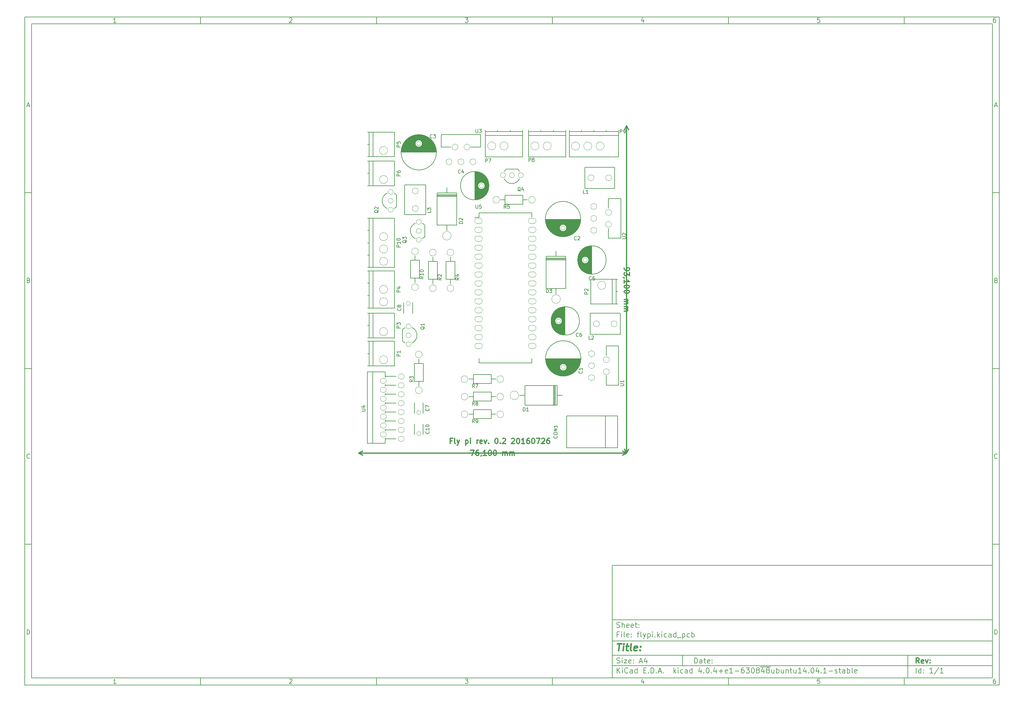
<source format=gbr>
G04 #@! TF.FileFunction,Legend,Top*
%FSLAX46Y46*%
G04 Gerber Fmt 4.6, Leading zero omitted, Abs format (unit mm)*
G04 Created by KiCad (PCBNEW 4.0.4+e1-6308~48~ubuntu14.04.1-stable) date Tue Oct  4 21:58:47 2016*
%MOMM*%
%LPD*%
G01*
G04 APERTURE LIST*
%ADD10C,0.100000*%
%ADD11C,0.150000*%
%ADD12C,0.300000*%
%ADD13C,0.400000*%
G04 APERTURE END LIST*
D10*
D11*
X177002200Y-166007200D02*
X177002200Y-198007200D01*
X285002200Y-198007200D01*
X285002200Y-166007200D01*
X177002200Y-166007200D01*
D10*
D11*
X10000000Y-10000000D02*
X10000000Y-200007200D01*
X287002200Y-200007200D01*
X287002200Y-10000000D01*
X10000000Y-10000000D01*
D10*
D11*
X12000000Y-12000000D02*
X12000000Y-198007200D01*
X285002200Y-198007200D01*
X285002200Y-12000000D01*
X12000000Y-12000000D01*
D10*
D11*
X60000000Y-12000000D02*
X60000000Y-10000000D01*
D10*
D11*
X110000000Y-12000000D02*
X110000000Y-10000000D01*
D10*
D11*
X160000000Y-12000000D02*
X160000000Y-10000000D01*
D10*
D11*
X210000000Y-12000000D02*
X210000000Y-10000000D01*
D10*
D11*
X260000000Y-12000000D02*
X260000000Y-10000000D01*
D10*
D11*
X35990476Y-11588095D02*
X35247619Y-11588095D01*
X35619048Y-11588095D02*
X35619048Y-10288095D01*
X35495238Y-10473810D01*
X35371429Y-10597619D01*
X35247619Y-10659524D01*
D10*
D11*
X85247619Y-10411905D02*
X85309524Y-10350000D01*
X85433333Y-10288095D01*
X85742857Y-10288095D01*
X85866667Y-10350000D01*
X85928571Y-10411905D01*
X85990476Y-10535714D01*
X85990476Y-10659524D01*
X85928571Y-10845238D01*
X85185714Y-11588095D01*
X85990476Y-11588095D01*
D10*
D11*
X135185714Y-10288095D02*
X135990476Y-10288095D01*
X135557143Y-10783333D01*
X135742857Y-10783333D01*
X135866667Y-10845238D01*
X135928571Y-10907143D01*
X135990476Y-11030952D01*
X135990476Y-11340476D01*
X135928571Y-11464286D01*
X135866667Y-11526190D01*
X135742857Y-11588095D01*
X135371429Y-11588095D01*
X135247619Y-11526190D01*
X135185714Y-11464286D01*
D10*
D11*
X185866667Y-10721429D02*
X185866667Y-11588095D01*
X185557143Y-10226190D02*
X185247619Y-11154762D01*
X186052381Y-11154762D01*
D10*
D11*
X235928571Y-10288095D02*
X235309524Y-10288095D01*
X235247619Y-10907143D01*
X235309524Y-10845238D01*
X235433333Y-10783333D01*
X235742857Y-10783333D01*
X235866667Y-10845238D01*
X235928571Y-10907143D01*
X235990476Y-11030952D01*
X235990476Y-11340476D01*
X235928571Y-11464286D01*
X235866667Y-11526190D01*
X235742857Y-11588095D01*
X235433333Y-11588095D01*
X235309524Y-11526190D01*
X235247619Y-11464286D01*
D10*
D11*
X285866667Y-10288095D02*
X285619048Y-10288095D01*
X285495238Y-10350000D01*
X285433333Y-10411905D01*
X285309524Y-10597619D01*
X285247619Y-10845238D01*
X285247619Y-11340476D01*
X285309524Y-11464286D01*
X285371429Y-11526190D01*
X285495238Y-11588095D01*
X285742857Y-11588095D01*
X285866667Y-11526190D01*
X285928571Y-11464286D01*
X285990476Y-11340476D01*
X285990476Y-11030952D01*
X285928571Y-10907143D01*
X285866667Y-10845238D01*
X285742857Y-10783333D01*
X285495238Y-10783333D01*
X285371429Y-10845238D01*
X285309524Y-10907143D01*
X285247619Y-11030952D01*
D10*
D11*
X60000000Y-198007200D02*
X60000000Y-200007200D01*
D10*
D11*
X110000000Y-198007200D02*
X110000000Y-200007200D01*
D10*
D11*
X160000000Y-198007200D02*
X160000000Y-200007200D01*
D10*
D11*
X210000000Y-198007200D02*
X210000000Y-200007200D01*
D10*
D11*
X260000000Y-198007200D02*
X260000000Y-200007200D01*
D10*
D11*
X35990476Y-199595295D02*
X35247619Y-199595295D01*
X35619048Y-199595295D02*
X35619048Y-198295295D01*
X35495238Y-198481010D01*
X35371429Y-198604819D01*
X35247619Y-198666724D01*
D10*
D11*
X85247619Y-198419105D02*
X85309524Y-198357200D01*
X85433333Y-198295295D01*
X85742857Y-198295295D01*
X85866667Y-198357200D01*
X85928571Y-198419105D01*
X85990476Y-198542914D01*
X85990476Y-198666724D01*
X85928571Y-198852438D01*
X85185714Y-199595295D01*
X85990476Y-199595295D01*
D10*
D11*
X135185714Y-198295295D02*
X135990476Y-198295295D01*
X135557143Y-198790533D01*
X135742857Y-198790533D01*
X135866667Y-198852438D01*
X135928571Y-198914343D01*
X135990476Y-199038152D01*
X135990476Y-199347676D01*
X135928571Y-199471486D01*
X135866667Y-199533390D01*
X135742857Y-199595295D01*
X135371429Y-199595295D01*
X135247619Y-199533390D01*
X135185714Y-199471486D01*
D10*
D11*
X185866667Y-198728629D02*
X185866667Y-199595295D01*
X185557143Y-198233390D02*
X185247619Y-199161962D01*
X186052381Y-199161962D01*
D10*
D11*
X235928571Y-198295295D02*
X235309524Y-198295295D01*
X235247619Y-198914343D01*
X235309524Y-198852438D01*
X235433333Y-198790533D01*
X235742857Y-198790533D01*
X235866667Y-198852438D01*
X235928571Y-198914343D01*
X235990476Y-199038152D01*
X235990476Y-199347676D01*
X235928571Y-199471486D01*
X235866667Y-199533390D01*
X235742857Y-199595295D01*
X235433333Y-199595295D01*
X235309524Y-199533390D01*
X235247619Y-199471486D01*
D10*
D11*
X285866667Y-198295295D02*
X285619048Y-198295295D01*
X285495238Y-198357200D01*
X285433333Y-198419105D01*
X285309524Y-198604819D01*
X285247619Y-198852438D01*
X285247619Y-199347676D01*
X285309524Y-199471486D01*
X285371429Y-199533390D01*
X285495238Y-199595295D01*
X285742857Y-199595295D01*
X285866667Y-199533390D01*
X285928571Y-199471486D01*
X285990476Y-199347676D01*
X285990476Y-199038152D01*
X285928571Y-198914343D01*
X285866667Y-198852438D01*
X285742857Y-198790533D01*
X285495238Y-198790533D01*
X285371429Y-198852438D01*
X285309524Y-198914343D01*
X285247619Y-199038152D01*
D10*
D11*
X10000000Y-60000000D02*
X12000000Y-60000000D01*
D10*
D11*
X10000000Y-110000000D02*
X12000000Y-110000000D01*
D10*
D11*
X10000000Y-160000000D02*
X12000000Y-160000000D01*
D10*
D11*
X10690476Y-35216667D02*
X11309524Y-35216667D01*
X10566667Y-35588095D02*
X11000000Y-34288095D01*
X11433333Y-35588095D01*
D10*
D11*
X11092857Y-84907143D02*
X11278571Y-84969048D01*
X11340476Y-85030952D01*
X11402381Y-85154762D01*
X11402381Y-85340476D01*
X11340476Y-85464286D01*
X11278571Y-85526190D01*
X11154762Y-85588095D01*
X10659524Y-85588095D01*
X10659524Y-84288095D01*
X11092857Y-84288095D01*
X11216667Y-84350000D01*
X11278571Y-84411905D01*
X11340476Y-84535714D01*
X11340476Y-84659524D01*
X11278571Y-84783333D01*
X11216667Y-84845238D01*
X11092857Y-84907143D01*
X10659524Y-84907143D01*
D10*
D11*
X11402381Y-135464286D02*
X11340476Y-135526190D01*
X11154762Y-135588095D01*
X11030952Y-135588095D01*
X10845238Y-135526190D01*
X10721429Y-135402381D01*
X10659524Y-135278571D01*
X10597619Y-135030952D01*
X10597619Y-134845238D01*
X10659524Y-134597619D01*
X10721429Y-134473810D01*
X10845238Y-134350000D01*
X11030952Y-134288095D01*
X11154762Y-134288095D01*
X11340476Y-134350000D01*
X11402381Y-134411905D01*
D10*
D11*
X10659524Y-185588095D02*
X10659524Y-184288095D01*
X10969048Y-184288095D01*
X11154762Y-184350000D01*
X11278571Y-184473810D01*
X11340476Y-184597619D01*
X11402381Y-184845238D01*
X11402381Y-185030952D01*
X11340476Y-185278571D01*
X11278571Y-185402381D01*
X11154762Y-185526190D01*
X10969048Y-185588095D01*
X10659524Y-185588095D01*
D10*
D11*
X287002200Y-60000000D02*
X285002200Y-60000000D01*
D10*
D11*
X287002200Y-110000000D02*
X285002200Y-110000000D01*
D10*
D11*
X287002200Y-160000000D02*
X285002200Y-160000000D01*
D10*
D11*
X285692676Y-35216667D02*
X286311724Y-35216667D01*
X285568867Y-35588095D02*
X286002200Y-34288095D01*
X286435533Y-35588095D01*
D10*
D11*
X286095057Y-84907143D02*
X286280771Y-84969048D01*
X286342676Y-85030952D01*
X286404581Y-85154762D01*
X286404581Y-85340476D01*
X286342676Y-85464286D01*
X286280771Y-85526190D01*
X286156962Y-85588095D01*
X285661724Y-85588095D01*
X285661724Y-84288095D01*
X286095057Y-84288095D01*
X286218867Y-84350000D01*
X286280771Y-84411905D01*
X286342676Y-84535714D01*
X286342676Y-84659524D01*
X286280771Y-84783333D01*
X286218867Y-84845238D01*
X286095057Y-84907143D01*
X285661724Y-84907143D01*
D10*
D11*
X286404581Y-135464286D02*
X286342676Y-135526190D01*
X286156962Y-135588095D01*
X286033152Y-135588095D01*
X285847438Y-135526190D01*
X285723629Y-135402381D01*
X285661724Y-135278571D01*
X285599819Y-135030952D01*
X285599819Y-134845238D01*
X285661724Y-134597619D01*
X285723629Y-134473810D01*
X285847438Y-134350000D01*
X286033152Y-134288095D01*
X286156962Y-134288095D01*
X286342676Y-134350000D01*
X286404581Y-134411905D01*
D10*
D11*
X285661724Y-185588095D02*
X285661724Y-184288095D01*
X285971248Y-184288095D01*
X286156962Y-184350000D01*
X286280771Y-184473810D01*
X286342676Y-184597619D01*
X286404581Y-184845238D01*
X286404581Y-185030952D01*
X286342676Y-185278571D01*
X286280771Y-185402381D01*
X286156962Y-185526190D01*
X285971248Y-185588095D01*
X285661724Y-185588095D01*
D10*
D11*
X200359343Y-193785771D02*
X200359343Y-192285771D01*
X200716486Y-192285771D01*
X200930771Y-192357200D01*
X201073629Y-192500057D01*
X201145057Y-192642914D01*
X201216486Y-192928629D01*
X201216486Y-193142914D01*
X201145057Y-193428629D01*
X201073629Y-193571486D01*
X200930771Y-193714343D01*
X200716486Y-193785771D01*
X200359343Y-193785771D01*
X202502200Y-193785771D02*
X202502200Y-193000057D01*
X202430771Y-192857200D01*
X202287914Y-192785771D01*
X202002200Y-192785771D01*
X201859343Y-192857200D01*
X202502200Y-193714343D02*
X202359343Y-193785771D01*
X202002200Y-193785771D01*
X201859343Y-193714343D01*
X201787914Y-193571486D01*
X201787914Y-193428629D01*
X201859343Y-193285771D01*
X202002200Y-193214343D01*
X202359343Y-193214343D01*
X202502200Y-193142914D01*
X203002200Y-192785771D02*
X203573629Y-192785771D01*
X203216486Y-192285771D02*
X203216486Y-193571486D01*
X203287914Y-193714343D01*
X203430772Y-193785771D01*
X203573629Y-193785771D01*
X204645057Y-193714343D02*
X204502200Y-193785771D01*
X204216486Y-193785771D01*
X204073629Y-193714343D01*
X204002200Y-193571486D01*
X204002200Y-193000057D01*
X204073629Y-192857200D01*
X204216486Y-192785771D01*
X204502200Y-192785771D01*
X204645057Y-192857200D01*
X204716486Y-193000057D01*
X204716486Y-193142914D01*
X204002200Y-193285771D01*
X205359343Y-193642914D02*
X205430771Y-193714343D01*
X205359343Y-193785771D01*
X205287914Y-193714343D01*
X205359343Y-193642914D01*
X205359343Y-193785771D01*
X205359343Y-192857200D02*
X205430771Y-192928629D01*
X205359343Y-193000057D01*
X205287914Y-192928629D01*
X205359343Y-192857200D01*
X205359343Y-193000057D01*
D10*
D11*
X177002200Y-194507200D02*
X285002200Y-194507200D01*
D10*
D11*
X178359343Y-196585771D02*
X178359343Y-195085771D01*
X179216486Y-196585771D02*
X178573629Y-195728629D01*
X179216486Y-195085771D02*
X178359343Y-195942914D01*
X179859343Y-196585771D02*
X179859343Y-195585771D01*
X179859343Y-195085771D02*
X179787914Y-195157200D01*
X179859343Y-195228629D01*
X179930771Y-195157200D01*
X179859343Y-195085771D01*
X179859343Y-195228629D01*
X181430772Y-196442914D02*
X181359343Y-196514343D01*
X181145057Y-196585771D01*
X181002200Y-196585771D01*
X180787915Y-196514343D01*
X180645057Y-196371486D01*
X180573629Y-196228629D01*
X180502200Y-195942914D01*
X180502200Y-195728629D01*
X180573629Y-195442914D01*
X180645057Y-195300057D01*
X180787915Y-195157200D01*
X181002200Y-195085771D01*
X181145057Y-195085771D01*
X181359343Y-195157200D01*
X181430772Y-195228629D01*
X182716486Y-196585771D02*
X182716486Y-195800057D01*
X182645057Y-195657200D01*
X182502200Y-195585771D01*
X182216486Y-195585771D01*
X182073629Y-195657200D01*
X182716486Y-196514343D02*
X182573629Y-196585771D01*
X182216486Y-196585771D01*
X182073629Y-196514343D01*
X182002200Y-196371486D01*
X182002200Y-196228629D01*
X182073629Y-196085771D01*
X182216486Y-196014343D01*
X182573629Y-196014343D01*
X182716486Y-195942914D01*
X184073629Y-196585771D02*
X184073629Y-195085771D01*
X184073629Y-196514343D02*
X183930772Y-196585771D01*
X183645058Y-196585771D01*
X183502200Y-196514343D01*
X183430772Y-196442914D01*
X183359343Y-196300057D01*
X183359343Y-195871486D01*
X183430772Y-195728629D01*
X183502200Y-195657200D01*
X183645058Y-195585771D01*
X183930772Y-195585771D01*
X184073629Y-195657200D01*
X185930772Y-195800057D02*
X186430772Y-195800057D01*
X186645058Y-196585771D02*
X185930772Y-196585771D01*
X185930772Y-195085771D01*
X186645058Y-195085771D01*
X187287915Y-196442914D02*
X187359343Y-196514343D01*
X187287915Y-196585771D01*
X187216486Y-196514343D01*
X187287915Y-196442914D01*
X187287915Y-196585771D01*
X188002201Y-196585771D02*
X188002201Y-195085771D01*
X188359344Y-195085771D01*
X188573629Y-195157200D01*
X188716487Y-195300057D01*
X188787915Y-195442914D01*
X188859344Y-195728629D01*
X188859344Y-195942914D01*
X188787915Y-196228629D01*
X188716487Y-196371486D01*
X188573629Y-196514343D01*
X188359344Y-196585771D01*
X188002201Y-196585771D01*
X189502201Y-196442914D02*
X189573629Y-196514343D01*
X189502201Y-196585771D01*
X189430772Y-196514343D01*
X189502201Y-196442914D01*
X189502201Y-196585771D01*
X190145058Y-196157200D02*
X190859344Y-196157200D01*
X190002201Y-196585771D02*
X190502201Y-195085771D01*
X191002201Y-196585771D01*
X191502201Y-196442914D02*
X191573629Y-196514343D01*
X191502201Y-196585771D01*
X191430772Y-196514343D01*
X191502201Y-196442914D01*
X191502201Y-196585771D01*
X194502201Y-196585771D02*
X194502201Y-195085771D01*
X194645058Y-196014343D02*
X195073629Y-196585771D01*
X195073629Y-195585771D02*
X194502201Y-196157200D01*
X195716487Y-196585771D02*
X195716487Y-195585771D01*
X195716487Y-195085771D02*
X195645058Y-195157200D01*
X195716487Y-195228629D01*
X195787915Y-195157200D01*
X195716487Y-195085771D01*
X195716487Y-195228629D01*
X197073630Y-196514343D02*
X196930773Y-196585771D01*
X196645059Y-196585771D01*
X196502201Y-196514343D01*
X196430773Y-196442914D01*
X196359344Y-196300057D01*
X196359344Y-195871486D01*
X196430773Y-195728629D01*
X196502201Y-195657200D01*
X196645059Y-195585771D01*
X196930773Y-195585771D01*
X197073630Y-195657200D01*
X198359344Y-196585771D02*
X198359344Y-195800057D01*
X198287915Y-195657200D01*
X198145058Y-195585771D01*
X197859344Y-195585771D01*
X197716487Y-195657200D01*
X198359344Y-196514343D02*
X198216487Y-196585771D01*
X197859344Y-196585771D01*
X197716487Y-196514343D01*
X197645058Y-196371486D01*
X197645058Y-196228629D01*
X197716487Y-196085771D01*
X197859344Y-196014343D01*
X198216487Y-196014343D01*
X198359344Y-195942914D01*
X199716487Y-196585771D02*
X199716487Y-195085771D01*
X199716487Y-196514343D02*
X199573630Y-196585771D01*
X199287916Y-196585771D01*
X199145058Y-196514343D01*
X199073630Y-196442914D01*
X199002201Y-196300057D01*
X199002201Y-195871486D01*
X199073630Y-195728629D01*
X199145058Y-195657200D01*
X199287916Y-195585771D01*
X199573630Y-195585771D01*
X199716487Y-195657200D01*
X202216487Y-195585771D02*
X202216487Y-196585771D01*
X201859344Y-195014343D02*
X201502201Y-196085771D01*
X202430773Y-196085771D01*
X203002201Y-196442914D02*
X203073629Y-196514343D01*
X203002201Y-196585771D01*
X202930772Y-196514343D01*
X203002201Y-196442914D01*
X203002201Y-196585771D01*
X204002201Y-195085771D02*
X204145058Y-195085771D01*
X204287915Y-195157200D01*
X204359344Y-195228629D01*
X204430773Y-195371486D01*
X204502201Y-195657200D01*
X204502201Y-196014343D01*
X204430773Y-196300057D01*
X204359344Y-196442914D01*
X204287915Y-196514343D01*
X204145058Y-196585771D01*
X204002201Y-196585771D01*
X203859344Y-196514343D01*
X203787915Y-196442914D01*
X203716487Y-196300057D01*
X203645058Y-196014343D01*
X203645058Y-195657200D01*
X203716487Y-195371486D01*
X203787915Y-195228629D01*
X203859344Y-195157200D01*
X204002201Y-195085771D01*
X205145058Y-196442914D02*
X205216486Y-196514343D01*
X205145058Y-196585771D01*
X205073629Y-196514343D01*
X205145058Y-196442914D01*
X205145058Y-196585771D01*
X206502201Y-195585771D02*
X206502201Y-196585771D01*
X206145058Y-195014343D02*
X205787915Y-196085771D01*
X206716487Y-196085771D01*
X207287915Y-196014343D02*
X208430772Y-196014343D01*
X207859343Y-196585771D02*
X207859343Y-195442914D01*
X209716486Y-196514343D02*
X209573629Y-196585771D01*
X209287915Y-196585771D01*
X209145058Y-196514343D01*
X209073629Y-196371486D01*
X209073629Y-195800057D01*
X209145058Y-195657200D01*
X209287915Y-195585771D01*
X209573629Y-195585771D01*
X209716486Y-195657200D01*
X209787915Y-195800057D01*
X209787915Y-195942914D01*
X209073629Y-196085771D01*
X211216486Y-196585771D02*
X210359343Y-196585771D01*
X210787915Y-196585771D02*
X210787915Y-195085771D01*
X210645058Y-195300057D01*
X210502200Y-195442914D01*
X210359343Y-195514343D01*
X211859343Y-196014343D02*
X213002200Y-196014343D01*
X214359343Y-195085771D02*
X214073629Y-195085771D01*
X213930772Y-195157200D01*
X213859343Y-195228629D01*
X213716486Y-195442914D01*
X213645057Y-195728629D01*
X213645057Y-196300057D01*
X213716486Y-196442914D01*
X213787914Y-196514343D01*
X213930772Y-196585771D01*
X214216486Y-196585771D01*
X214359343Y-196514343D01*
X214430772Y-196442914D01*
X214502200Y-196300057D01*
X214502200Y-195942914D01*
X214430772Y-195800057D01*
X214359343Y-195728629D01*
X214216486Y-195657200D01*
X213930772Y-195657200D01*
X213787914Y-195728629D01*
X213716486Y-195800057D01*
X213645057Y-195942914D01*
X215002200Y-195085771D02*
X215930771Y-195085771D01*
X215430771Y-195657200D01*
X215645057Y-195657200D01*
X215787914Y-195728629D01*
X215859343Y-195800057D01*
X215930771Y-195942914D01*
X215930771Y-196300057D01*
X215859343Y-196442914D01*
X215787914Y-196514343D01*
X215645057Y-196585771D01*
X215216485Y-196585771D01*
X215073628Y-196514343D01*
X215002200Y-196442914D01*
X216859342Y-195085771D02*
X217002199Y-195085771D01*
X217145056Y-195157200D01*
X217216485Y-195228629D01*
X217287914Y-195371486D01*
X217359342Y-195657200D01*
X217359342Y-196014343D01*
X217287914Y-196300057D01*
X217216485Y-196442914D01*
X217145056Y-196514343D01*
X217002199Y-196585771D01*
X216859342Y-196585771D01*
X216716485Y-196514343D01*
X216645056Y-196442914D01*
X216573628Y-196300057D01*
X216502199Y-196014343D01*
X216502199Y-195657200D01*
X216573628Y-195371486D01*
X216645056Y-195228629D01*
X216716485Y-195157200D01*
X216859342Y-195085771D01*
X218216485Y-195728629D02*
X218073627Y-195657200D01*
X218002199Y-195585771D01*
X217930770Y-195442914D01*
X217930770Y-195371486D01*
X218002199Y-195228629D01*
X218073627Y-195157200D01*
X218216485Y-195085771D01*
X218502199Y-195085771D01*
X218645056Y-195157200D01*
X218716485Y-195228629D01*
X218787913Y-195371486D01*
X218787913Y-195442914D01*
X218716485Y-195585771D01*
X218645056Y-195657200D01*
X218502199Y-195728629D01*
X218216485Y-195728629D01*
X218073627Y-195800057D01*
X218002199Y-195871486D01*
X217930770Y-196014343D01*
X217930770Y-196300057D01*
X218002199Y-196442914D01*
X218073627Y-196514343D01*
X218216485Y-196585771D01*
X218502199Y-196585771D01*
X218645056Y-196514343D01*
X218716485Y-196442914D01*
X218787913Y-196300057D01*
X218787913Y-196014343D01*
X218716485Y-195871486D01*
X218645056Y-195800057D01*
X218502199Y-195728629D01*
X220073627Y-195585771D02*
X220073627Y-196585771D01*
X219716484Y-195014343D02*
X219359341Y-196085771D01*
X220287913Y-196085771D01*
X221073627Y-195728629D02*
X220930769Y-195657200D01*
X220859341Y-195585771D01*
X220787912Y-195442914D01*
X220787912Y-195371486D01*
X220859341Y-195228629D01*
X220930769Y-195157200D01*
X221073627Y-195085771D01*
X221359341Y-195085771D01*
X221502198Y-195157200D01*
X221573627Y-195228629D01*
X221645055Y-195371486D01*
X221645055Y-195442914D01*
X221573627Y-195585771D01*
X221502198Y-195657200D01*
X221359341Y-195728629D01*
X221073627Y-195728629D01*
X220930769Y-195800057D01*
X220859341Y-195871486D01*
X220787912Y-196014343D01*
X220787912Y-196300057D01*
X220859341Y-196442914D01*
X220930769Y-196514343D01*
X221073627Y-196585771D01*
X221359341Y-196585771D01*
X221502198Y-196514343D01*
X221573627Y-196442914D01*
X221645055Y-196300057D01*
X221645055Y-196014343D01*
X221573627Y-195871486D01*
X221502198Y-195800057D01*
X221359341Y-195728629D01*
X219073627Y-194827200D02*
X221930769Y-194827200D01*
X222930769Y-195585771D02*
X222930769Y-196585771D01*
X222287912Y-195585771D02*
X222287912Y-196371486D01*
X222359340Y-196514343D01*
X222502198Y-196585771D01*
X222716483Y-196585771D01*
X222859340Y-196514343D01*
X222930769Y-196442914D01*
X223645055Y-196585771D02*
X223645055Y-195085771D01*
X223645055Y-195657200D02*
X223787912Y-195585771D01*
X224073626Y-195585771D01*
X224216483Y-195657200D01*
X224287912Y-195728629D01*
X224359341Y-195871486D01*
X224359341Y-196300057D01*
X224287912Y-196442914D01*
X224216483Y-196514343D01*
X224073626Y-196585771D01*
X223787912Y-196585771D01*
X223645055Y-196514343D01*
X225645055Y-195585771D02*
X225645055Y-196585771D01*
X225002198Y-195585771D02*
X225002198Y-196371486D01*
X225073626Y-196514343D01*
X225216484Y-196585771D01*
X225430769Y-196585771D01*
X225573626Y-196514343D01*
X225645055Y-196442914D01*
X226359341Y-195585771D02*
X226359341Y-196585771D01*
X226359341Y-195728629D02*
X226430769Y-195657200D01*
X226573627Y-195585771D01*
X226787912Y-195585771D01*
X226930769Y-195657200D01*
X227002198Y-195800057D01*
X227002198Y-196585771D01*
X227502198Y-195585771D02*
X228073627Y-195585771D01*
X227716484Y-195085771D02*
X227716484Y-196371486D01*
X227787912Y-196514343D01*
X227930770Y-196585771D01*
X228073627Y-196585771D01*
X229216484Y-195585771D02*
X229216484Y-196585771D01*
X228573627Y-195585771D02*
X228573627Y-196371486D01*
X228645055Y-196514343D01*
X228787913Y-196585771D01*
X229002198Y-196585771D01*
X229145055Y-196514343D01*
X229216484Y-196442914D01*
X230716484Y-196585771D02*
X229859341Y-196585771D01*
X230287913Y-196585771D02*
X230287913Y-195085771D01*
X230145056Y-195300057D01*
X230002198Y-195442914D01*
X229859341Y-195514343D01*
X232002198Y-195585771D02*
X232002198Y-196585771D01*
X231645055Y-195014343D02*
X231287912Y-196085771D01*
X232216484Y-196085771D01*
X232787912Y-196442914D02*
X232859340Y-196514343D01*
X232787912Y-196585771D01*
X232716483Y-196514343D01*
X232787912Y-196442914D01*
X232787912Y-196585771D01*
X233787912Y-195085771D02*
X233930769Y-195085771D01*
X234073626Y-195157200D01*
X234145055Y-195228629D01*
X234216484Y-195371486D01*
X234287912Y-195657200D01*
X234287912Y-196014343D01*
X234216484Y-196300057D01*
X234145055Y-196442914D01*
X234073626Y-196514343D01*
X233930769Y-196585771D01*
X233787912Y-196585771D01*
X233645055Y-196514343D01*
X233573626Y-196442914D01*
X233502198Y-196300057D01*
X233430769Y-196014343D01*
X233430769Y-195657200D01*
X233502198Y-195371486D01*
X233573626Y-195228629D01*
X233645055Y-195157200D01*
X233787912Y-195085771D01*
X235573626Y-195585771D02*
X235573626Y-196585771D01*
X235216483Y-195014343D02*
X234859340Y-196085771D01*
X235787912Y-196085771D01*
X236359340Y-196442914D02*
X236430768Y-196514343D01*
X236359340Y-196585771D01*
X236287911Y-196514343D01*
X236359340Y-196442914D01*
X236359340Y-196585771D01*
X237859340Y-196585771D02*
X237002197Y-196585771D01*
X237430769Y-196585771D02*
X237430769Y-195085771D01*
X237287912Y-195300057D01*
X237145054Y-195442914D01*
X237002197Y-195514343D01*
X238502197Y-196014343D02*
X239645054Y-196014343D01*
X240287911Y-196514343D02*
X240430768Y-196585771D01*
X240716483Y-196585771D01*
X240859340Y-196514343D01*
X240930768Y-196371486D01*
X240930768Y-196300057D01*
X240859340Y-196157200D01*
X240716483Y-196085771D01*
X240502197Y-196085771D01*
X240359340Y-196014343D01*
X240287911Y-195871486D01*
X240287911Y-195800057D01*
X240359340Y-195657200D01*
X240502197Y-195585771D01*
X240716483Y-195585771D01*
X240859340Y-195657200D01*
X241359340Y-195585771D02*
X241930769Y-195585771D01*
X241573626Y-195085771D02*
X241573626Y-196371486D01*
X241645054Y-196514343D01*
X241787912Y-196585771D01*
X241930769Y-196585771D01*
X243073626Y-196585771D02*
X243073626Y-195800057D01*
X243002197Y-195657200D01*
X242859340Y-195585771D01*
X242573626Y-195585771D01*
X242430769Y-195657200D01*
X243073626Y-196514343D02*
X242930769Y-196585771D01*
X242573626Y-196585771D01*
X242430769Y-196514343D01*
X242359340Y-196371486D01*
X242359340Y-196228629D01*
X242430769Y-196085771D01*
X242573626Y-196014343D01*
X242930769Y-196014343D01*
X243073626Y-195942914D01*
X243787912Y-196585771D02*
X243787912Y-195085771D01*
X243787912Y-195657200D02*
X243930769Y-195585771D01*
X244216483Y-195585771D01*
X244359340Y-195657200D01*
X244430769Y-195728629D01*
X244502198Y-195871486D01*
X244502198Y-196300057D01*
X244430769Y-196442914D01*
X244359340Y-196514343D01*
X244216483Y-196585771D01*
X243930769Y-196585771D01*
X243787912Y-196514343D01*
X245359341Y-196585771D02*
X245216483Y-196514343D01*
X245145055Y-196371486D01*
X245145055Y-195085771D01*
X246502197Y-196514343D02*
X246359340Y-196585771D01*
X246073626Y-196585771D01*
X245930769Y-196514343D01*
X245859340Y-196371486D01*
X245859340Y-195800057D01*
X245930769Y-195657200D01*
X246073626Y-195585771D01*
X246359340Y-195585771D01*
X246502197Y-195657200D01*
X246573626Y-195800057D01*
X246573626Y-195942914D01*
X245859340Y-196085771D01*
D10*
D11*
X177002200Y-191507200D02*
X285002200Y-191507200D01*
D10*
D12*
X264216486Y-193785771D02*
X263716486Y-193071486D01*
X263359343Y-193785771D02*
X263359343Y-192285771D01*
X263930771Y-192285771D01*
X264073629Y-192357200D01*
X264145057Y-192428629D01*
X264216486Y-192571486D01*
X264216486Y-192785771D01*
X264145057Y-192928629D01*
X264073629Y-193000057D01*
X263930771Y-193071486D01*
X263359343Y-193071486D01*
X265430771Y-193714343D02*
X265287914Y-193785771D01*
X265002200Y-193785771D01*
X264859343Y-193714343D01*
X264787914Y-193571486D01*
X264787914Y-193000057D01*
X264859343Y-192857200D01*
X265002200Y-192785771D01*
X265287914Y-192785771D01*
X265430771Y-192857200D01*
X265502200Y-193000057D01*
X265502200Y-193142914D01*
X264787914Y-193285771D01*
X266002200Y-192785771D02*
X266359343Y-193785771D01*
X266716485Y-192785771D01*
X267287914Y-193642914D02*
X267359342Y-193714343D01*
X267287914Y-193785771D01*
X267216485Y-193714343D01*
X267287914Y-193642914D01*
X267287914Y-193785771D01*
X267287914Y-192857200D02*
X267359342Y-192928629D01*
X267287914Y-193000057D01*
X267216485Y-192928629D01*
X267287914Y-192857200D01*
X267287914Y-193000057D01*
D10*
D11*
X178287914Y-193714343D02*
X178502200Y-193785771D01*
X178859343Y-193785771D01*
X179002200Y-193714343D01*
X179073629Y-193642914D01*
X179145057Y-193500057D01*
X179145057Y-193357200D01*
X179073629Y-193214343D01*
X179002200Y-193142914D01*
X178859343Y-193071486D01*
X178573629Y-193000057D01*
X178430771Y-192928629D01*
X178359343Y-192857200D01*
X178287914Y-192714343D01*
X178287914Y-192571486D01*
X178359343Y-192428629D01*
X178430771Y-192357200D01*
X178573629Y-192285771D01*
X178930771Y-192285771D01*
X179145057Y-192357200D01*
X179787914Y-193785771D02*
X179787914Y-192785771D01*
X179787914Y-192285771D02*
X179716485Y-192357200D01*
X179787914Y-192428629D01*
X179859342Y-192357200D01*
X179787914Y-192285771D01*
X179787914Y-192428629D01*
X180359343Y-192785771D02*
X181145057Y-192785771D01*
X180359343Y-193785771D01*
X181145057Y-193785771D01*
X182287914Y-193714343D02*
X182145057Y-193785771D01*
X181859343Y-193785771D01*
X181716486Y-193714343D01*
X181645057Y-193571486D01*
X181645057Y-193000057D01*
X181716486Y-192857200D01*
X181859343Y-192785771D01*
X182145057Y-192785771D01*
X182287914Y-192857200D01*
X182359343Y-193000057D01*
X182359343Y-193142914D01*
X181645057Y-193285771D01*
X183002200Y-193642914D02*
X183073628Y-193714343D01*
X183002200Y-193785771D01*
X182930771Y-193714343D01*
X183002200Y-193642914D01*
X183002200Y-193785771D01*
X183002200Y-192857200D02*
X183073628Y-192928629D01*
X183002200Y-193000057D01*
X182930771Y-192928629D01*
X183002200Y-192857200D01*
X183002200Y-193000057D01*
X184787914Y-193357200D02*
X185502200Y-193357200D01*
X184645057Y-193785771D02*
X185145057Y-192285771D01*
X185645057Y-193785771D01*
X186787914Y-192785771D02*
X186787914Y-193785771D01*
X186430771Y-192214343D02*
X186073628Y-193285771D01*
X187002200Y-193285771D01*
D10*
D11*
X263359343Y-196585771D02*
X263359343Y-195085771D01*
X264716486Y-196585771D02*
X264716486Y-195085771D01*
X264716486Y-196514343D02*
X264573629Y-196585771D01*
X264287915Y-196585771D01*
X264145057Y-196514343D01*
X264073629Y-196442914D01*
X264002200Y-196300057D01*
X264002200Y-195871486D01*
X264073629Y-195728629D01*
X264145057Y-195657200D01*
X264287915Y-195585771D01*
X264573629Y-195585771D01*
X264716486Y-195657200D01*
X265430772Y-196442914D02*
X265502200Y-196514343D01*
X265430772Y-196585771D01*
X265359343Y-196514343D01*
X265430772Y-196442914D01*
X265430772Y-196585771D01*
X265430772Y-195657200D02*
X265502200Y-195728629D01*
X265430772Y-195800057D01*
X265359343Y-195728629D01*
X265430772Y-195657200D01*
X265430772Y-195800057D01*
X268073629Y-196585771D02*
X267216486Y-196585771D01*
X267645058Y-196585771D02*
X267645058Y-195085771D01*
X267502201Y-195300057D01*
X267359343Y-195442914D01*
X267216486Y-195514343D01*
X269787914Y-195014343D02*
X268502200Y-196942914D01*
X271073629Y-196585771D02*
X270216486Y-196585771D01*
X270645058Y-196585771D02*
X270645058Y-195085771D01*
X270502201Y-195300057D01*
X270359343Y-195442914D01*
X270216486Y-195514343D01*
D10*
D11*
X177002200Y-187507200D02*
X285002200Y-187507200D01*
D10*
D13*
X178454581Y-188211962D02*
X179597438Y-188211962D01*
X178776010Y-190211962D02*
X179026010Y-188211962D01*
X180014105Y-190211962D02*
X180180771Y-188878629D01*
X180264105Y-188211962D02*
X180156962Y-188307200D01*
X180240295Y-188402438D01*
X180347439Y-188307200D01*
X180264105Y-188211962D01*
X180240295Y-188402438D01*
X180847438Y-188878629D02*
X181609343Y-188878629D01*
X181216486Y-188211962D02*
X181002200Y-189926248D01*
X181073630Y-190116724D01*
X181252201Y-190211962D01*
X181442677Y-190211962D01*
X182395058Y-190211962D02*
X182216487Y-190116724D01*
X182145057Y-189926248D01*
X182359343Y-188211962D01*
X183930772Y-190116724D02*
X183728391Y-190211962D01*
X183347439Y-190211962D01*
X183168867Y-190116724D01*
X183097438Y-189926248D01*
X183192676Y-189164343D01*
X183311724Y-188973867D01*
X183514105Y-188878629D01*
X183895057Y-188878629D01*
X184073629Y-188973867D01*
X184145057Y-189164343D01*
X184121248Y-189354819D01*
X183145057Y-189545295D01*
X184895057Y-190021486D02*
X184978392Y-190116724D01*
X184871248Y-190211962D01*
X184787915Y-190116724D01*
X184895057Y-190021486D01*
X184871248Y-190211962D01*
X185026010Y-188973867D02*
X185109344Y-189069105D01*
X185002200Y-189164343D01*
X184918867Y-189069105D01*
X185026010Y-188973867D01*
X185002200Y-189164343D01*
D10*
D11*
X178859343Y-185600057D02*
X178359343Y-185600057D01*
X178359343Y-186385771D02*
X178359343Y-184885771D01*
X179073629Y-184885771D01*
X179645057Y-186385771D02*
X179645057Y-185385771D01*
X179645057Y-184885771D02*
X179573628Y-184957200D01*
X179645057Y-185028629D01*
X179716485Y-184957200D01*
X179645057Y-184885771D01*
X179645057Y-185028629D01*
X180573629Y-186385771D02*
X180430771Y-186314343D01*
X180359343Y-186171486D01*
X180359343Y-184885771D01*
X181716485Y-186314343D02*
X181573628Y-186385771D01*
X181287914Y-186385771D01*
X181145057Y-186314343D01*
X181073628Y-186171486D01*
X181073628Y-185600057D01*
X181145057Y-185457200D01*
X181287914Y-185385771D01*
X181573628Y-185385771D01*
X181716485Y-185457200D01*
X181787914Y-185600057D01*
X181787914Y-185742914D01*
X181073628Y-185885771D01*
X182430771Y-186242914D02*
X182502199Y-186314343D01*
X182430771Y-186385771D01*
X182359342Y-186314343D01*
X182430771Y-186242914D01*
X182430771Y-186385771D01*
X182430771Y-185457200D02*
X182502199Y-185528629D01*
X182430771Y-185600057D01*
X182359342Y-185528629D01*
X182430771Y-185457200D01*
X182430771Y-185600057D01*
X184073628Y-185385771D02*
X184645057Y-185385771D01*
X184287914Y-186385771D02*
X184287914Y-185100057D01*
X184359342Y-184957200D01*
X184502200Y-184885771D01*
X184645057Y-184885771D01*
X185359343Y-186385771D02*
X185216485Y-186314343D01*
X185145057Y-186171486D01*
X185145057Y-184885771D01*
X185787914Y-185385771D02*
X186145057Y-186385771D01*
X186502199Y-185385771D02*
X186145057Y-186385771D01*
X186002199Y-186742914D01*
X185930771Y-186814343D01*
X185787914Y-186885771D01*
X187073628Y-185385771D02*
X187073628Y-186885771D01*
X187073628Y-185457200D02*
X187216485Y-185385771D01*
X187502199Y-185385771D01*
X187645056Y-185457200D01*
X187716485Y-185528629D01*
X187787914Y-185671486D01*
X187787914Y-186100057D01*
X187716485Y-186242914D01*
X187645056Y-186314343D01*
X187502199Y-186385771D01*
X187216485Y-186385771D01*
X187073628Y-186314343D01*
X188430771Y-186385771D02*
X188430771Y-185385771D01*
X188430771Y-184885771D02*
X188359342Y-184957200D01*
X188430771Y-185028629D01*
X188502199Y-184957200D01*
X188430771Y-184885771D01*
X188430771Y-185028629D01*
X189145057Y-186242914D02*
X189216485Y-186314343D01*
X189145057Y-186385771D01*
X189073628Y-186314343D01*
X189145057Y-186242914D01*
X189145057Y-186385771D01*
X189859343Y-186385771D02*
X189859343Y-184885771D01*
X190002200Y-185814343D02*
X190430771Y-186385771D01*
X190430771Y-185385771D02*
X189859343Y-185957200D01*
X191073629Y-186385771D02*
X191073629Y-185385771D01*
X191073629Y-184885771D02*
X191002200Y-184957200D01*
X191073629Y-185028629D01*
X191145057Y-184957200D01*
X191073629Y-184885771D01*
X191073629Y-185028629D01*
X192430772Y-186314343D02*
X192287915Y-186385771D01*
X192002201Y-186385771D01*
X191859343Y-186314343D01*
X191787915Y-186242914D01*
X191716486Y-186100057D01*
X191716486Y-185671486D01*
X191787915Y-185528629D01*
X191859343Y-185457200D01*
X192002201Y-185385771D01*
X192287915Y-185385771D01*
X192430772Y-185457200D01*
X193716486Y-186385771D02*
X193716486Y-185600057D01*
X193645057Y-185457200D01*
X193502200Y-185385771D01*
X193216486Y-185385771D01*
X193073629Y-185457200D01*
X193716486Y-186314343D02*
X193573629Y-186385771D01*
X193216486Y-186385771D01*
X193073629Y-186314343D01*
X193002200Y-186171486D01*
X193002200Y-186028629D01*
X193073629Y-185885771D01*
X193216486Y-185814343D01*
X193573629Y-185814343D01*
X193716486Y-185742914D01*
X195073629Y-186385771D02*
X195073629Y-184885771D01*
X195073629Y-186314343D02*
X194930772Y-186385771D01*
X194645058Y-186385771D01*
X194502200Y-186314343D01*
X194430772Y-186242914D01*
X194359343Y-186100057D01*
X194359343Y-185671486D01*
X194430772Y-185528629D01*
X194502200Y-185457200D01*
X194645058Y-185385771D01*
X194930772Y-185385771D01*
X195073629Y-185457200D01*
X195430772Y-186528629D02*
X196573629Y-186528629D01*
X196930772Y-185385771D02*
X196930772Y-186885771D01*
X196930772Y-185457200D02*
X197073629Y-185385771D01*
X197359343Y-185385771D01*
X197502200Y-185457200D01*
X197573629Y-185528629D01*
X197645058Y-185671486D01*
X197645058Y-186100057D01*
X197573629Y-186242914D01*
X197502200Y-186314343D01*
X197359343Y-186385771D01*
X197073629Y-186385771D01*
X196930772Y-186314343D01*
X198930772Y-186314343D02*
X198787915Y-186385771D01*
X198502201Y-186385771D01*
X198359343Y-186314343D01*
X198287915Y-186242914D01*
X198216486Y-186100057D01*
X198216486Y-185671486D01*
X198287915Y-185528629D01*
X198359343Y-185457200D01*
X198502201Y-185385771D01*
X198787915Y-185385771D01*
X198930772Y-185457200D01*
X199573629Y-186385771D02*
X199573629Y-184885771D01*
X199573629Y-185457200D02*
X199716486Y-185385771D01*
X200002200Y-185385771D01*
X200145057Y-185457200D01*
X200216486Y-185528629D01*
X200287915Y-185671486D01*
X200287915Y-186100057D01*
X200216486Y-186242914D01*
X200145057Y-186314343D01*
X200002200Y-186385771D01*
X199716486Y-186385771D01*
X199573629Y-186314343D01*
D10*
D11*
X177002200Y-181507200D02*
X285002200Y-181507200D01*
D10*
D11*
X178287914Y-183614343D02*
X178502200Y-183685771D01*
X178859343Y-183685771D01*
X179002200Y-183614343D01*
X179073629Y-183542914D01*
X179145057Y-183400057D01*
X179145057Y-183257200D01*
X179073629Y-183114343D01*
X179002200Y-183042914D01*
X178859343Y-182971486D01*
X178573629Y-182900057D01*
X178430771Y-182828629D01*
X178359343Y-182757200D01*
X178287914Y-182614343D01*
X178287914Y-182471486D01*
X178359343Y-182328629D01*
X178430771Y-182257200D01*
X178573629Y-182185771D01*
X178930771Y-182185771D01*
X179145057Y-182257200D01*
X179787914Y-183685771D02*
X179787914Y-182185771D01*
X180430771Y-183685771D02*
X180430771Y-182900057D01*
X180359342Y-182757200D01*
X180216485Y-182685771D01*
X180002200Y-182685771D01*
X179859342Y-182757200D01*
X179787914Y-182828629D01*
X181716485Y-183614343D02*
X181573628Y-183685771D01*
X181287914Y-183685771D01*
X181145057Y-183614343D01*
X181073628Y-183471486D01*
X181073628Y-182900057D01*
X181145057Y-182757200D01*
X181287914Y-182685771D01*
X181573628Y-182685771D01*
X181716485Y-182757200D01*
X181787914Y-182900057D01*
X181787914Y-183042914D01*
X181073628Y-183185771D01*
X183002199Y-183614343D02*
X182859342Y-183685771D01*
X182573628Y-183685771D01*
X182430771Y-183614343D01*
X182359342Y-183471486D01*
X182359342Y-182900057D01*
X182430771Y-182757200D01*
X182573628Y-182685771D01*
X182859342Y-182685771D01*
X183002199Y-182757200D01*
X183073628Y-182900057D01*
X183073628Y-183042914D01*
X182359342Y-183185771D01*
X183502199Y-182685771D02*
X184073628Y-182685771D01*
X183716485Y-182185771D02*
X183716485Y-183471486D01*
X183787913Y-183614343D01*
X183930771Y-183685771D01*
X184073628Y-183685771D01*
X184573628Y-183542914D02*
X184645056Y-183614343D01*
X184573628Y-183685771D01*
X184502199Y-183614343D01*
X184573628Y-183542914D01*
X184573628Y-183685771D01*
X184573628Y-182757200D02*
X184645056Y-182828629D01*
X184573628Y-182900057D01*
X184502199Y-182828629D01*
X184573628Y-182757200D01*
X184573628Y-182900057D01*
D10*
D11*
X197002200Y-191507200D02*
X197002200Y-194507200D01*
D10*
D11*
X261002200Y-191507200D02*
X261002200Y-198007200D01*
D12*
X131442860Y-130567857D02*
X130942860Y-130567857D01*
X130942860Y-131353571D02*
X130942860Y-129853571D01*
X131657146Y-129853571D01*
X132442860Y-131353571D02*
X132300002Y-131282143D01*
X132228574Y-131139286D01*
X132228574Y-129853571D01*
X132871431Y-130353571D02*
X133228574Y-131353571D01*
X133585716Y-130353571D02*
X133228574Y-131353571D01*
X133085716Y-131710714D01*
X133014288Y-131782143D01*
X132871431Y-131853571D01*
X135300002Y-130353571D02*
X135300002Y-131853571D01*
X135300002Y-130425000D02*
X135442859Y-130353571D01*
X135728573Y-130353571D01*
X135871430Y-130425000D01*
X135942859Y-130496429D01*
X136014288Y-130639286D01*
X136014288Y-131067857D01*
X135942859Y-131210714D01*
X135871430Y-131282143D01*
X135728573Y-131353571D01*
X135442859Y-131353571D01*
X135300002Y-131282143D01*
X136657145Y-131353571D02*
X136657145Y-130353571D01*
X136657145Y-129853571D02*
X136585716Y-129925000D01*
X136657145Y-129996429D01*
X136728573Y-129925000D01*
X136657145Y-129853571D01*
X136657145Y-129996429D01*
X138514288Y-131353571D02*
X138514288Y-130353571D01*
X138514288Y-130639286D02*
X138585716Y-130496429D01*
X138657145Y-130425000D01*
X138800002Y-130353571D01*
X138942859Y-130353571D01*
X140014287Y-131282143D02*
X139871430Y-131353571D01*
X139585716Y-131353571D01*
X139442859Y-131282143D01*
X139371430Y-131139286D01*
X139371430Y-130567857D01*
X139442859Y-130425000D01*
X139585716Y-130353571D01*
X139871430Y-130353571D01*
X140014287Y-130425000D01*
X140085716Y-130567857D01*
X140085716Y-130710714D01*
X139371430Y-130853571D01*
X140585716Y-130353571D02*
X140942859Y-131353571D01*
X141300001Y-130353571D01*
X141871430Y-131210714D02*
X141942858Y-131282143D01*
X141871430Y-131353571D01*
X141800001Y-131282143D01*
X141871430Y-131210714D01*
X141871430Y-131353571D01*
X144014287Y-129853571D02*
X144157144Y-129853571D01*
X144300001Y-129925000D01*
X144371430Y-129996429D01*
X144442859Y-130139286D01*
X144514287Y-130425000D01*
X144514287Y-130782143D01*
X144442859Y-131067857D01*
X144371430Y-131210714D01*
X144300001Y-131282143D01*
X144157144Y-131353571D01*
X144014287Y-131353571D01*
X143871430Y-131282143D01*
X143800001Y-131210714D01*
X143728573Y-131067857D01*
X143657144Y-130782143D01*
X143657144Y-130425000D01*
X143728573Y-130139286D01*
X143800001Y-129996429D01*
X143871430Y-129925000D01*
X144014287Y-129853571D01*
X145157144Y-131210714D02*
X145228572Y-131282143D01*
X145157144Y-131353571D01*
X145085715Y-131282143D01*
X145157144Y-131210714D01*
X145157144Y-131353571D01*
X145800001Y-129996429D02*
X145871430Y-129925000D01*
X146014287Y-129853571D01*
X146371430Y-129853571D01*
X146514287Y-129925000D01*
X146585716Y-129996429D01*
X146657144Y-130139286D01*
X146657144Y-130282143D01*
X146585716Y-130496429D01*
X145728573Y-131353571D01*
X146657144Y-131353571D01*
X148371429Y-129996429D02*
X148442858Y-129925000D01*
X148585715Y-129853571D01*
X148942858Y-129853571D01*
X149085715Y-129925000D01*
X149157144Y-129996429D01*
X149228572Y-130139286D01*
X149228572Y-130282143D01*
X149157144Y-130496429D01*
X148300001Y-131353571D01*
X149228572Y-131353571D01*
X150157143Y-129853571D02*
X150300000Y-129853571D01*
X150442857Y-129925000D01*
X150514286Y-129996429D01*
X150585715Y-130139286D01*
X150657143Y-130425000D01*
X150657143Y-130782143D01*
X150585715Y-131067857D01*
X150514286Y-131210714D01*
X150442857Y-131282143D01*
X150300000Y-131353571D01*
X150157143Y-131353571D01*
X150014286Y-131282143D01*
X149942857Y-131210714D01*
X149871429Y-131067857D01*
X149800000Y-130782143D01*
X149800000Y-130425000D01*
X149871429Y-130139286D01*
X149942857Y-129996429D01*
X150014286Y-129925000D01*
X150157143Y-129853571D01*
X152085714Y-131353571D02*
X151228571Y-131353571D01*
X151657143Y-131353571D02*
X151657143Y-129853571D01*
X151514286Y-130067857D01*
X151371428Y-130210714D01*
X151228571Y-130282143D01*
X153371428Y-129853571D02*
X153085714Y-129853571D01*
X152942857Y-129925000D01*
X152871428Y-129996429D01*
X152728571Y-130210714D01*
X152657142Y-130496429D01*
X152657142Y-131067857D01*
X152728571Y-131210714D01*
X152799999Y-131282143D01*
X152942857Y-131353571D01*
X153228571Y-131353571D01*
X153371428Y-131282143D01*
X153442857Y-131210714D01*
X153514285Y-131067857D01*
X153514285Y-130710714D01*
X153442857Y-130567857D01*
X153371428Y-130496429D01*
X153228571Y-130425000D01*
X152942857Y-130425000D01*
X152799999Y-130496429D01*
X152728571Y-130567857D01*
X152657142Y-130710714D01*
X154442856Y-129853571D02*
X154585713Y-129853571D01*
X154728570Y-129925000D01*
X154799999Y-129996429D01*
X154871428Y-130139286D01*
X154942856Y-130425000D01*
X154942856Y-130782143D01*
X154871428Y-131067857D01*
X154799999Y-131210714D01*
X154728570Y-131282143D01*
X154585713Y-131353571D01*
X154442856Y-131353571D01*
X154299999Y-131282143D01*
X154228570Y-131210714D01*
X154157142Y-131067857D01*
X154085713Y-130782143D01*
X154085713Y-130425000D01*
X154157142Y-130139286D01*
X154228570Y-129996429D01*
X154299999Y-129925000D01*
X154442856Y-129853571D01*
X155442856Y-129853571D02*
X156442856Y-129853571D01*
X155799999Y-131353571D01*
X156942855Y-129996429D02*
X157014284Y-129925000D01*
X157157141Y-129853571D01*
X157514284Y-129853571D01*
X157657141Y-129925000D01*
X157728570Y-129996429D01*
X157799998Y-130139286D01*
X157799998Y-130282143D01*
X157728570Y-130496429D01*
X156871427Y-131353571D01*
X157799998Y-131353571D01*
X159085712Y-129853571D02*
X158799998Y-129853571D01*
X158657141Y-129925000D01*
X158585712Y-129996429D01*
X158442855Y-130210714D01*
X158371426Y-130496429D01*
X158371426Y-131067857D01*
X158442855Y-131210714D01*
X158514283Y-131282143D01*
X158657141Y-131353571D01*
X158942855Y-131353571D01*
X159085712Y-131282143D01*
X159157141Y-131210714D01*
X159228569Y-131067857D01*
X159228569Y-130710714D01*
X159157141Y-130567857D01*
X159085712Y-130496429D01*
X158942855Y-130425000D01*
X158657141Y-130425000D01*
X158514283Y-130496429D01*
X158442855Y-130567857D01*
X158371426Y-130710714D01*
X180371429Y-81428572D02*
X180371429Y-81714287D01*
X180442857Y-81857144D01*
X180514286Y-81928572D01*
X180728571Y-82071430D01*
X181014286Y-82142858D01*
X181585714Y-82142858D01*
X181728571Y-82071430D01*
X181800000Y-82000001D01*
X181871429Y-81857144D01*
X181871429Y-81571430D01*
X181800000Y-81428572D01*
X181728571Y-81357144D01*
X181585714Y-81285715D01*
X181228571Y-81285715D01*
X181085714Y-81357144D01*
X181014286Y-81428572D01*
X180942857Y-81571430D01*
X180942857Y-81857144D01*
X181014286Y-82000001D01*
X181085714Y-82071430D01*
X181228571Y-82142858D01*
X181871429Y-82642858D02*
X181871429Y-83571429D01*
X181300000Y-83071429D01*
X181300000Y-83285715D01*
X181228571Y-83428572D01*
X181157143Y-83500001D01*
X181014286Y-83571429D01*
X180657143Y-83571429D01*
X180514286Y-83500001D01*
X180442857Y-83428572D01*
X180371429Y-83285715D01*
X180371429Y-82857143D01*
X180442857Y-82714286D01*
X180514286Y-82642858D01*
X180442857Y-84285714D02*
X180371429Y-84285714D01*
X180228571Y-84214286D01*
X180157143Y-84142857D01*
X180371429Y-85714286D02*
X180371429Y-84857143D01*
X180371429Y-85285715D02*
X181871429Y-85285715D01*
X181657143Y-85142858D01*
X181514286Y-85000000D01*
X181442857Y-84857143D01*
X181871429Y-86642857D02*
X181871429Y-86785714D01*
X181800000Y-86928571D01*
X181728571Y-87000000D01*
X181585714Y-87071429D01*
X181300000Y-87142857D01*
X180942857Y-87142857D01*
X180657143Y-87071429D01*
X180514286Y-87000000D01*
X180442857Y-86928571D01*
X180371429Y-86785714D01*
X180371429Y-86642857D01*
X180442857Y-86500000D01*
X180514286Y-86428571D01*
X180657143Y-86357143D01*
X180942857Y-86285714D01*
X181300000Y-86285714D01*
X181585714Y-86357143D01*
X181728571Y-86428571D01*
X181800000Y-86500000D01*
X181871429Y-86642857D01*
X181871429Y-88071428D02*
X181871429Y-88214285D01*
X181800000Y-88357142D01*
X181728571Y-88428571D01*
X181585714Y-88500000D01*
X181300000Y-88571428D01*
X180942857Y-88571428D01*
X180657143Y-88500000D01*
X180514286Y-88428571D01*
X180442857Y-88357142D01*
X180371429Y-88214285D01*
X180371429Y-88071428D01*
X180442857Y-87928571D01*
X180514286Y-87857142D01*
X180657143Y-87785714D01*
X180942857Y-87714285D01*
X181300000Y-87714285D01*
X181585714Y-87785714D01*
X181728571Y-87857142D01*
X181800000Y-87928571D01*
X181871429Y-88071428D01*
X180371429Y-90357142D02*
X181371429Y-90357142D01*
X181228571Y-90357142D02*
X181300000Y-90428570D01*
X181371429Y-90571428D01*
X181371429Y-90785713D01*
X181300000Y-90928570D01*
X181157143Y-90999999D01*
X180371429Y-90999999D01*
X181157143Y-90999999D02*
X181300000Y-91071428D01*
X181371429Y-91214285D01*
X181371429Y-91428570D01*
X181300000Y-91571428D01*
X181157143Y-91642856D01*
X180371429Y-91642856D01*
X180371429Y-92357142D02*
X181371429Y-92357142D01*
X181228571Y-92357142D02*
X181300000Y-92428570D01*
X181371429Y-92571428D01*
X181371429Y-92785713D01*
X181300000Y-92928570D01*
X181157143Y-92999999D01*
X180371429Y-92999999D01*
X181157143Y-92999999D02*
X181300000Y-93071428D01*
X181371429Y-93214285D01*
X181371429Y-93428570D01*
X181300000Y-93571428D01*
X181157143Y-93642856D01*
X180371429Y-93642856D01*
X181050000Y-40950000D02*
X181050000Y-134050000D01*
X181050000Y-40950000D02*
X181050000Y-40950000D01*
X181050000Y-134050000D02*
X181050000Y-134050000D01*
X181050000Y-134050000D02*
X180463579Y-132923496D01*
X181050000Y-134050000D02*
X181636421Y-132923496D01*
X181050000Y-40950000D02*
X180463579Y-42076504D01*
X181050000Y-40950000D02*
X181636421Y-42076504D01*
X136714287Y-133228571D02*
X137714287Y-133228571D01*
X137071430Y-134728571D01*
X138928572Y-133228571D02*
X138642858Y-133228571D01*
X138500001Y-133300000D01*
X138428572Y-133371429D01*
X138285715Y-133585714D01*
X138214286Y-133871429D01*
X138214286Y-134442857D01*
X138285715Y-134585714D01*
X138357143Y-134657143D01*
X138500001Y-134728571D01*
X138785715Y-134728571D01*
X138928572Y-134657143D01*
X139000001Y-134585714D01*
X139071429Y-134442857D01*
X139071429Y-134085714D01*
X139000001Y-133942857D01*
X138928572Y-133871429D01*
X138785715Y-133800000D01*
X138500001Y-133800000D01*
X138357143Y-133871429D01*
X138285715Y-133942857D01*
X138214286Y-134085714D01*
X139785714Y-134657143D02*
X139785714Y-134728571D01*
X139714286Y-134871429D01*
X139642857Y-134942857D01*
X141214286Y-134728571D02*
X140357143Y-134728571D01*
X140785715Y-134728571D02*
X140785715Y-133228571D01*
X140642858Y-133442857D01*
X140500000Y-133585714D01*
X140357143Y-133657143D01*
X142142857Y-133228571D02*
X142285714Y-133228571D01*
X142428571Y-133300000D01*
X142500000Y-133371429D01*
X142571429Y-133514286D01*
X142642857Y-133800000D01*
X142642857Y-134157143D01*
X142571429Y-134442857D01*
X142500000Y-134585714D01*
X142428571Y-134657143D01*
X142285714Y-134728571D01*
X142142857Y-134728571D01*
X142000000Y-134657143D01*
X141928571Y-134585714D01*
X141857143Y-134442857D01*
X141785714Y-134157143D01*
X141785714Y-133800000D01*
X141857143Y-133514286D01*
X141928571Y-133371429D01*
X142000000Y-133300000D01*
X142142857Y-133228571D01*
X143571428Y-133228571D02*
X143714285Y-133228571D01*
X143857142Y-133300000D01*
X143928571Y-133371429D01*
X144000000Y-133514286D01*
X144071428Y-133800000D01*
X144071428Y-134157143D01*
X144000000Y-134442857D01*
X143928571Y-134585714D01*
X143857142Y-134657143D01*
X143714285Y-134728571D01*
X143571428Y-134728571D01*
X143428571Y-134657143D01*
X143357142Y-134585714D01*
X143285714Y-134442857D01*
X143214285Y-134157143D01*
X143214285Y-133800000D01*
X143285714Y-133514286D01*
X143357142Y-133371429D01*
X143428571Y-133300000D01*
X143571428Y-133228571D01*
X145857142Y-134728571D02*
X145857142Y-133728571D01*
X145857142Y-133871429D02*
X145928570Y-133800000D01*
X146071428Y-133728571D01*
X146285713Y-133728571D01*
X146428570Y-133800000D01*
X146499999Y-133942857D01*
X146499999Y-134728571D01*
X146499999Y-133942857D02*
X146571428Y-133800000D01*
X146714285Y-133728571D01*
X146928570Y-133728571D01*
X147071428Y-133800000D01*
X147142856Y-133942857D01*
X147142856Y-134728571D01*
X147857142Y-134728571D02*
X147857142Y-133728571D01*
X147857142Y-133871429D02*
X147928570Y-133800000D01*
X148071428Y-133728571D01*
X148285713Y-133728571D01*
X148428570Y-133800000D01*
X148499999Y-133942857D01*
X148499999Y-134728571D01*
X148499999Y-133942857D02*
X148571428Y-133800000D01*
X148714285Y-133728571D01*
X148928570Y-133728571D01*
X149071428Y-133800000D01*
X149142856Y-133942857D01*
X149142856Y-134728571D01*
X104950000Y-134050000D02*
X181050000Y-134050000D01*
X104950000Y-134050000D02*
X104950000Y-134050000D01*
X181050000Y-134050000D02*
X181050000Y-134050000D01*
X181050000Y-134050000D02*
X179923496Y-134636421D01*
X181050000Y-134050000D02*
X179923496Y-133463579D01*
X104950000Y-134050000D02*
X106076504Y-134636421D01*
X104950000Y-134050000D02*
X106076504Y-133463579D01*
D11*
X167999000Y-67575000D02*
X158001000Y-67575000D01*
X167995000Y-67715000D02*
X158005000Y-67715000D01*
X167987000Y-67855000D02*
X158013000Y-67855000D01*
X167975000Y-67995000D02*
X158025000Y-67995000D01*
X167960000Y-68135000D02*
X158040000Y-68135000D01*
X167940000Y-68275000D02*
X158060000Y-68275000D01*
X167916000Y-68415000D02*
X158084000Y-68415000D01*
X167887000Y-68555000D02*
X158113000Y-68555000D01*
X167855000Y-68695000D02*
X158145000Y-68695000D01*
X167818000Y-68835000D02*
X158182000Y-68835000D01*
X167777000Y-68975000D02*
X158223000Y-68975000D01*
X167732000Y-69115000D02*
X163466000Y-69115000D01*
X162534000Y-69115000D02*
X158268000Y-69115000D01*
X167682000Y-69255000D02*
X163667000Y-69255000D01*
X162333000Y-69255000D02*
X158318000Y-69255000D01*
X167627000Y-69395000D02*
X163796000Y-69395000D01*
X162204000Y-69395000D02*
X158373000Y-69395000D01*
X167567000Y-69535000D02*
X163885000Y-69535000D01*
X162115000Y-69535000D02*
X158433000Y-69535000D01*
X167502000Y-69675000D02*
X163946000Y-69675000D01*
X162054000Y-69675000D02*
X158498000Y-69675000D01*
X167432000Y-69815000D02*
X163983000Y-69815000D01*
X162017000Y-69815000D02*
X158568000Y-69815000D01*
X167356000Y-69955000D02*
X163999000Y-69955000D01*
X162001000Y-69955000D02*
X158644000Y-69955000D01*
X167274000Y-70095000D02*
X163995000Y-70095000D01*
X162005000Y-70095000D02*
X158726000Y-70095000D01*
X167186000Y-70235000D02*
X163972000Y-70235000D01*
X162028000Y-70235000D02*
X158814000Y-70235000D01*
X167091000Y-70375000D02*
X163927000Y-70375000D01*
X162073000Y-70375000D02*
X158909000Y-70375000D01*
X166989000Y-70515000D02*
X163857000Y-70515000D01*
X162143000Y-70515000D02*
X159011000Y-70515000D01*
X166879000Y-70655000D02*
X163756000Y-70655000D01*
X162244000Y-70655000D02*
X159121000Y-70655000D01*
X166761000Y-70795000D02*
X163607000Y-70795000D01*
X162393000Y-70795000D02*
X159239000Y-70795000D01*
X166633000Y-70935000D02*
X163355000Y-70935000D01*
X162645000Y-70935000D02*
X159367000Y-70935000D01*
X166496000Y-71075000D02*
X159504000Y-71075000D01*
X166346000Y-71215000D02*
X159654000Y-71215000D01*
X166184000Y-71355000D02*
X159816000Y-71355000D01*
X166007000Y-71495000D02*
X159993000Y-71495000D01*
X165811000Y-71635000D02*
X160189000Y-71635000D01*
X165593000Y-71775000D02*
X160407000Y-71775000D01*
X165347000Y-71915000D02*
X160653000Y-71915000D01*
X165062000Y-72055000D02*
X160938000Y-72055000D01*
X164720000Y-72195000D02*
X161280000Y-72195000D01*
X164274000Y-72335000D02*
X161726000Y-72335000D01*
X163499000Y-72475000D02*
X162501000Y-72475000D01*
X164000000Y-70000000D02*
G75*
G03X164000000Y-70000000I-1000000J0D01*
G01*
X168037500Y-67500000D02*
G75*
G03X168037500Y-67500000I-5037500J0D01*
G01*
X117001000Y-48425000D02*
X126999000Y-48425000D01*
X117005000Y-48285000D02*
X126995000Y-48285000D01*
X117013000Y-48145000D02*
X126987000Y-48145000D01*
X117025000Y-48005000D02*
X126975000Y-48005000D01*
X117040000Y-47865000D02*
X126960000Y-47865000D01*
X117060000Y-47725000D02*
X126940000Y-47725000D01*
X117084000Y-47585000D02*
X126916000Y-47585000D01*
X117113000Y-47445000D02*
X126887000Y-47445000D01*
X117145000Y-47305000D02*
X126855000Y-47305000D01*
X117182000Y-47165000D02*
X126818000Y-47165000D01*
X117223000Y-47025000D02*
X126777000Y-47025000D01*
X117268000Y-46885000D02*
X121534000Y-46885000D01*
X122466000Y-46885000D02*
X126732000Y-46885000D01*
X117318000Y-46745000D02*
X121333000Y-46745000D01*
X122667000Y-46745000D02*
X126682000Y-46745000D01*
X117373000Y-46605000D02*
X121204000Y-46605000D01*
X122796000Y-46605000D02*
X126627000Y-46605000D01*
X117433000Y-46465000D02*
X121115000Y-46465000D01*
X122885000Y-46465000D02*
X126567000Y-46465000D01*
X117498000Y-46325000D02*
X121054000Y-46325000D01*
X122946000Y-46325000D02*
X126502000Y-46325000D01*
X117568000Y-46185000D02*
X121017000Y-46185000D01*
X122983000Y-46185000D02*
X126432000Y-46185000D01*
X117644000Y-46045000D02*
X121001000Y-46045000D01*
X122999000Y-46045000D02*
X126356000Y-46045000D01*
X117726000Y-45905000D02*
X121005000Y-45905000D01*
X122995000Y-45905000D02*
X126274000Y-45905000D01*
X117814000Y-45765000D02*
X121028000Y-45765000D01*
X122972000Y-45765000D02*
X126186000Y-45765000D01*
X117909000Y-45625000D02*
X121073000Y-45625000D01*
X122927000Y-45625000D02*
X126091000Y-45625000D01*
X118011000Y-45485000D02*
X121143000Y-45485000D01*
X122857000Y-45485000D02*
X125989000Y-45485000D01*
X118121000Y-45345000D02*
X121244000Y-45345000D01*
X122756000Y-45345000D02*
X125879000Y-45345000D01*
X118239000Y-45205000D02*
X121393000Y-45205000D01*
X122607000Y-45205000D02*
X125761000Y-45205000D01*
X118367000Y-45065000D02*
X121645000Y-45065000D01*
X122355000Y-45065000D02*
X125633000Y-45065000D01*
X118504000Y-44925000D02*
X125496000Y-44925000D01*
X118654000Y-44785000D02*
X125346000Y-44785000D01*
X118816000Y-44645000D02*
X125184000Y-44645000D01*
X118993000Y-44505000D02*
X125007000Y-44505000D01*
X119189000Y-44365000D02*
X124811000Y-44365000D01*
X119407000Y-44225000D02*
X124593000Y-44225000D01*
X119653000Y-44085000D02*
X124347000Y-44085000D01*
X119938000Y-43945000D02*
X124062000Y-43945000D01*
X120280000Y-43805000D02*
X123720000Y-43805000D01*
X120726000Y-43665000D02*
X123274000Y-43665000D01*
X121501000Y-43525000D02*
X122499000Y-43525000D01*
X123000000Y-46000000D02*
G75*
G03X123000000Y-46000000I-1000000J0D01*
G01*
X127037500Y-48500000D02*
G75*
G03X127037500Y-48500000I-5037500J0D01*
G01*
X168049000Y-107200000D02*
X158051000Y-107200000D01*
X168045000Y-107340000D02*
X158055000Y-107340000D01*
X168037000Y-107480000D02*
X158063000Y-107480000D01*
X168025000Y-107620000D02*
X158075000Y-107620000D01*
X168010000Y-107760000D02*
X158090000Y-107760000D01*
X167990000Y-107900000D02*
X158110000Y-107900000D01*
X167966000Y-108040000D02*
X158134000Y-108040000D01*
X167937000Y-108180000D02*
X158163000Y-108180000D01*
X167905000Y-108320000D02*
X158195000Y-108320000D01*
X167868000Y-108460000D02*
X158232000Y-108460000D01*
X167827000Y-108600000D02*
X158273000Y-108600000D01*
X167782000Y-108740000D02*
X163516000Y-108740000D01*
X162584000Y-108740000D02*
X158318000Y-108740000D01*
X167732000Y-108880000D02*
X163717000Y-108880000D01*
X162383000Y-108880000D02*
X158368000Y-108880000D01*
X167677000Y-109020000D02*
X163846000Y-109020000D01*
X162254000Y-109020000D02*
X158423000Y-109020000D01*
X167617000Y-109160000D02*
X163935000Y-109160000D01*
X162165000Y-109160000D02*
X158483000Y-109160000D01*
X167552000Y-109300000D02*
X163996000Y-109300000D01*
X162104000Y-109300000D02*
X158548000Y-109300000D01*
X167482000Y-109440000D02*
X164033000Y-109440000D01*
X162067000Y-109440000D02*
X158618000Y-109440000D01*
X167406000Y-109580000D02*
X164049000Y-109580000D01*
X162051000Y-109580000D02*
X158694000Y-109580000D01*
X167324000Y-109720000D02*
X164045000Y-109720000D01*
X162055000Y-109720000D02*
X158776000Y-109720000D01*
X167236000Y-109860000D02*
X164022000Y-109860000D01*
X162078000Y-109860000D02*
X158864000Y-109860000D01*
X167141000Y-110000000D02*
X163977000Y-110000000D01*
X162123000Y-110000000D02*
X158959000Y-110000000D01*
X167039000Y-110140000D02*
X163907000Y-110140000D01*
X162193000Y-110140000D02*
X159061000Y-110140000D01*
X166929000Y-110280000D02*
X163806000Y-110280000D01*
X162294000Y-110280000D02*
X159171000Y-110280000D01*
X166811000Y-110420000D02*
X163657000Y-110420000D01*
X162443000Y-110420000D02*
X159289000Y-110420000D01*
X166683000Y-110560000D02*
X163405000Y-110560000D01*
X162695000Y-110560000D02*
X159417000Y-110560000D01*
X166546000Y-110700000D02*
X159554000Y-110700000D01*
X166396000Y-110840000D02*
X159704000Y-110840000D01*
X166234000Y-110980000D02*
X159866000Y-110980000D01*
X166057000Y-111120000D02*
X160043000Y-111120000D01*
X165861000Y-111260000D02*
X160239000Y-111260000D01*
X165643000Y-111400000D02*
X160457000Y-111400000D01*
X165397000Y-111540000D02*
X160703000Y-111540000D01*
X165112000Y-111680000D02*
X160988000Y-111680000D01*
X164770000Y-111820000D02*
X161330000Y-111820000D01*
X164324000Y-111960000D02*
X161776000Y-111960000D01*
X163549000Y-112100000D02*
X162551000Y-112100000D01*
X164050000Y-109625000D02*
G75*
G03X164050000Y-109625000I-1000000J0D01*
G01*
X168087500Y-107125000D02*
G75*
G03X168087500Y-107125000I-5037500J0D01*
G01*
X137975000Y-54001000D02*
X137975000Y-61999000D01*
X138115000Y-54006000D02*
X138115000Y-61994000D01*
X138255000Y-54016000D02*
X138255000Y-61984000D01*
X138395000Y-54031000D02*
X138395000Y-61969000D01*
X138535000Y-54051000D02*
X138535000Y-61949000D01*
X138675000Y-54076000D02*
X138675000Y-61924000D01*
X138815000Y-54106000D02*
X138815000Y-57827000D01*
X138815000Y-58173000D02*
X138815000Y-61894000D01*
X138955000Y-54142000D02*
X138955000Y-57465000D01*
X138955000Y-58535000D02*
X138955000Y-61858000D01*
X139095000Y-54183000D02*
X139095000Y-57291000D01*
X139095000Y-58709000D02*
X139095000Y-61817000D01*
X139235000Y-54229000D02*
X139235000Y-57175000D01*
X139235000Y-58825000D02*
X139235000Y-61771000D01*
X139375000Y-54282000D02*
X139375000Y-57095000D01*
X139375000Y-58905000D02*
X139375000Y-61718000D01*
X139515000Y-54341000D02*
X139515000Y-57041000D01*
X139515000Y-58959000D02*
X139515000Y-61659000D01*
X139655000Y-54406000D02*
X139655000Y-57011000D01*
X139655000Y-58989000D02*
X139655000Y-61594000D01*
X139795000Y-54477000D02*
X139795000Y-57000000D01*
X139795000Y-59000000D02*
X139795000Y-61523000D01*
X139935000Y-54556000D02*
X139935000Y-57009000D01*
X139935000Y-58991000D02*
X139935000Y-61444000D01*
X140075000Y-54643000D02*
X140075000Y-57039000D01*
X140075000Y-58961000D02*
X140075000Y-61357000D01*
X140215000Y-54738000D02*
X140215000Y-57090000D01*
X140215000Y-58910000D02*
X140215000Y-61262000D01*
X140355000Y-54842000D02*
X140355000Y-57168000D01*
X140355000Y-58832000D02*
X140355000Y-61158000D01*
X140495000Y-54956000D02*
X140495000Y-57281000D01*
X140495000Y-58719000D02*
X140495000Y-61044000D01*
X140635000Y-55081000D02*
X140635000Y-57450000D01*
X140635000Y-58550000D02*
X140635000Y-60919000D01*
X140775000Y-55219000D02*
X140775000Y-57778000D01*
X140775000Y-58222000D02*
X140775000Y-60781000D01*
X140915000Y-55371000D02*
X140915000Y-60629000D01*
X141055000Y-55541000D02*
X141055000Y-60459000D01*
X141195000Y-55732000D02*
X141195000Y-60268000D01*
X141335000Y-55950000D02*
X141335000Y-60050000D01*
X141475000Y-56206000D02*
X141475000Y-59794000D01*
X141615000Y-56517000D02*
X141615000Y-59483000D01*
X141755000Y-56933000D02*
X141755000Y-59067000D01*
X141895000Y-57800000D02*
X141895000Y-58200000D01*
X140800000Y-58000000D02*
G75*
G03X140800000Y-58000000I-1000000J0D01*
G01*
X141937500Y-58000000D02*
G75*
G03X141937500Y-58000000I-4037500J0D01*
G01*
X171125000Y-83124000D02*
X171125000Y-75126000D01*
X170985000Y-83119000D02*
X170985000Y-75131000D01*
X170845000Y-83109000D02*
X170845000Y-75141000D01*
X170705000Y-83094000D02*
X170705000Y-75156000D01*
X170565000Y-83074000D02*
X170565000Y-75176000D01*
X170425000Y-83049000D02*
X170425000Y-75201000D01*
X170285000Y-83019000D02*
X170285000Y-79298000D01*
X170285000Y-78952000D02*
X170285000Y-75231000D01*
X170145000Y-82983000D02*
X170145000Y-79660000D01*
X170145000Y-78590000D02*
X170145000Y-75267000D01*
X170005000Y-82942000D02*
X170005000Y-79834000D01*
X170005000Y-78416000D02*
X170005000Y-75308000D01*
X169865000Y-82896000D02*
X169865000Y-79950000D01*
X169865000Y-78300000D02*
X169865000Y-75354000D01*
X169725000Y-82843000D02*
X169725000Y-80030000D01*
X169725000Y-78220000D02*
X169725000Y-75407000D01*
X169585000Y-82784000D02*
X169585000Y-80084000D01*
X169585000Y-78166000D02*
X169585000Y-75466000D01*
X169445000Y-82719000D02*
X169445000Y-80114000D01*
X169445000Y-78136000D02*
X169445000Y-75531000D01*
X169305000Y-82648000D02*
X169305000Y-80125000D01*
X169305000Y-78125000D02*
X169305000Y-75602000D01*
X169165000Y-82569000D02*
X169165000Y-80116000D01*
X169165000Y-78134000D02*
X169165000Y-75681000D01*
X169025000Y-82482000D02*
X169025000Y-80086000D01*
X169025000Y-78164000D02*
X169025000Y-75768000D01*
X168885000Y-82387000D02*
X168885000Y-80035000D01*
X168885000Y-78215000D02*
X168885000Y-75863000D01*
X168745000Y-82283000D02*
X168745000Y-79957000D01*
X168745000Y-78293000D02*
X168745000Y-75967000D01*
X168605000Y-82169000D02*
X168605000Y-79844000D01*
X168605000Y-78406000D02*
X168605000Y-76081000D01*
X168465000Y-82044000D02*
X168465000Y-79675000D01*
X168465000Y-78575000D02*
X168465000Y-76206000D01*
X168325000Y-81906000D02*
X168325000Y-79347000D01*
X168325000Y-78903000D02*
X168325000Y-76344000D01*
X168185000Y-81754000D02*
X168185000Y-76496000D01*
X168045000Y-81584000D02*
X168045000Y-76666000D01*
X167905000Y-81393000D02*
X167905000Y-76857000D01*
X167765000Y-81175000D02*
X167765000Y-77075000D01*
X167625000Y-80919000D02*
X167625000Y-77331000D01*
X167485000Y-80608000D02*
X167485000Y-77642000D01*
X167345000Y-80192000D02*
X167345000Y-78058000D01*
X167205000Y-79325000D02*
X167205000Y-78925000D01*
X170300000Y-79125000D02*
G75*
G03X170300000Y-79125000I-1000000J0D01*
G01*
X175237500Y-79125000D02*
G75*
G03X175237500Y-79125000I-4037500J0D01*
G01*
X163550000Y-100449000D02*
X163550000Y-92451000D01*
X163410000Y-100444000D02*
X163410000Y-92456000D01*
X163270000Y-100434000D02*
X163270000Y-92466000D01*
X163130000Y-100419000D02*
X163130000Y-92481000D01*
X162990000Y-100399000D02*
X162990000Y-92501000D01*
X162850000Y-100374000D02*
X162850000Y-92526000D01*
X162710000Y-100344000D02*
X162710000Y-96623000D01*
X162710000Y-96277000D02*
X162710000Y-92556000D01*
X162570000Y-100308000D02*
X162570000Y-96985000D01*
X162570000Y-95915000D02*
X162570000Y-92592000D01*
X162430000Y-100267000D02*
X162430000Y-97159000D01*
X162430000Y-95741000D02*
X162430000Y-92633000D01*
X162290000Y-100221000D02*
X162290000Y-97275000D01*
X162290000Y-95625000D02*
X162290000Y-92679000D01*
X162150000Y-100168000D02*
X162150000Y-97355000D01*
X162150000Y-95545000D02*
X162150000Y-92732000D01*
X162010000Y-100109000D02*
X162010000Y-97409000D01*
X162010000Y-95491000D02*
X162010000Y-92791000D01*
X161870000Y-100044000D02*
X161870000Y-97439000D01*
X161870000Y-95461000D02*
X161870000Y-92856000D01*
X161730000Y-99973000D02*
X161730000Y-97450000D01*
X161730000Y-95450000D02*
X161730000Y-92927000D01*
X161590000Y-99894000D02*
X161590000Y-97441000D01*
X161590000Y-95459000D02*
X161590000Y-93006000D01*
X161450000Y-99807000D02*
X161450000Y-97411000D01*
X161450000Y-95489000D02*
X161450000Y-93093000D01*
X161310000Y-99712000D02*
X161310000Y-97360000D01*
X161310000Y-95540000D02*
X161310000Y-93188000D01*
X161170000Y-99608000D02*
X161170000Y-97282000D01*
X161170000Y-95618000D02*
X161170000Y-93292000D01*
X161030000Y-99494000D02*
X161030000Y-97169000D01*
X161030000Y-95731000D02*
X161030000Y-93406000D01*
X160890000Y-99369000D02*
X160890000Y-97000000D01*
X160890000Y-95900000D02*
X160890000Y-93531000D01*
X160750000Y-99231000D02*
X160750000Y-96672000D01*
X160750000Y-96228000D02*
X160750000Y-93669000D01*
X160610000Y-99079000D02*
X160610000Y-93821000D01*
X160470000Y-98909000D02*
X160470000Y-93991000D01*
X160330000Y-98718000D02*
X160330000Y-94182000D01*
X160190000Y-98500000D02*
X160190000Y-94400000D01*
X160050000Y-98244000D02*
X160050000Y-94656000D01*
X159910000Y-97933000D02*
X159910000Y-94967000D01*
X159770000Y-97517000D02*
X159770000Y-95383000D01*
X159630000Y-96650000D02*
X159630000Y-96250000D01*
X162725000Y-96450000D02*
G75*
G03X162725000Y-96450000I-1000000J0D01*
G01*
X167662500Y-96450000D02*
G75*
G03X167662500Y-96450000I-4037500J0D01*
G01*
X123250000Y-119750000D02*
X123250000Y-122750000D01*
X120750000Y-122750000D02*
X120750000Y-119750000D01*
X117750000Y-94250000D02*
X117750000Y-91250000D01*
X120250000Y-91250000D02*
X120250000Y-94250000D01*
X123250000Y-125750000D02*
X123250000Y-128750000D01*
X120750000Y-128750000D02*
X120750000Y-125750000D01*
X175000500Y-132500880D02*
X175000500Y-123499120D01*
X178500620Y-132500880D02*
X178500620Y-123499120D01*
X178500620Y-123499120D02*
X163999760Y-123499120D01*
X163999760Y-123499120D02*
X163999760Y-132500880D01*
X163999760Y-132500880D02*
X178500620Y-132500880D01*
X152206780Y-117627960D02*
X150682780Y-117627960D01*
X161350780Y-117627960D02*
X162874780Y-117627960D01*
X160334780Y-120421960D02*
X160334780Y-114833960D01*
X160588780Y-120421960D02*
X160588780Y-114833960D01*
X160842780Y-120421960D02*
X160842780Y-114833960D01*
X161350780Y-114833960D02*
X161350780Y-120421960D01*
X161350780Y-120421960D02*
X152206780Y-120421960D01*
X152206780Y-120421960D02*
X152206780Y-114833960D01*
X152206780Y-114833960D02*
X161350780Y-114833960D01*
X130002960Y-69193220D02*
X130002960Y-70717220D01*
X130002960Y-60049220D02*
X130002960Y-58525220D01*
X132796960Y-61065220D02*
X127208960Y-61065220D01*
X132796960Y-60811220D02*
X127208960Y-60811220D01*
X132796960Y-60557220D02*
X127208960Y-60557220D01*
X127208960Y-60049220D02*
X132796960Y-60049220D01*
X132796960Y-60049220D02*
X132796960Y-69193220D01*
X132796960Y-69193220D02*
X127208960Y-69193220D01*
X127208960Y-69193220D02*
X127208960Y-60049220D01*
X161002960Y-87193220D02*
X161002960Y-88717220D01*
X161002960Y-78049220D02*
X161002960Y-76525220D01*
X163796960Y-79065220D02*
X158208960Y-79065220D01*
X163796960Y-78811220D02*
X158208960Y-78811220D01*
X163796960Y-78557220D02*
X158208960Y-78557220D01*
X158208960Y-78049220D02*
X163796960Y-78049220D01*
X163796960Y-78049220D02*
X163796960Y-87193220D01*
X163796960Y-87193220D02*
X158208960Y-87193220D01*
X158208960Y-87193220D02*
X158208960Y-78049220D01*
X169200580Y-58749740D02*
X177699420Y-58749740D01*
X177699420Y-58749740D02*
X177699420Y-52750260D01*
X177699420Y-52750260D02*
X169200580Y-52750260D01*
X169200580Y-52750260D02*
X169200580Y-58749740D01*
X170750580Y-100274740D02*
X179249420Y-100274740D01*
X179249420Y-100274740D02*
X179249420Y-94275260D01*
X179249420Y-94275260D02*
X170750580Y-94275260D01*
X170750580Y-94275260D02*
X170750580Y-100274740D01*
X123999740Y-66249420D02*
X123999740Y-57750580D01*
X123999740Y-57750580D02*
X118000260Y-57750580D01*
X118000260Y-57750580D02*
X118000260Y-66249420D01*
X118000260Y-66249420D02*
X123999740Y-66249420D01*
X107900000Y-105750000D02*
X107500000Y-105750000D01*
X109000000Y-102250000D02*
X109000000Y-109250000D01*
X107900000Y-102250000D02*
X107900000Y-109250000D01*
X115100000Y-102250000D02*
X107500000Y-102250000D01*
X107500000Y-109250000D02*
X115100000Y-109250000D01*
X115100000Y-109250000D02*
X115100000Y-102250000D01*
X178100000Y-88100000D02*
X178500000Y-88100000D01*
X177000000Y-91600000D02*
X177000000Y-84600000D01*
X178100000Y-91600000D02*
X178100000Y-84600000D01*
X170900000Y-91600000D02*
X178500000Y-91600000D01*
X178500000Y-84600000D02*
X170900000Y-84600000D01*
X170900000Y-84600000D02*
X170900000Y-91600000D01*
X107900000Y-97750000D02*
X107500000Y-97750000D01*
X109000000Y-94250000D02*
X109000000Y-101250000D01*
X107900000Y-94250000D02*
X107900000Y-101250000D01*
X115100000Y-94250000D02*
X107500000Y-94250000D01*
X107500000Y-101250000D02*
X115100000Y-101250000D01*
X115100000Y-101250000D02*
X115100000Y-94250000D01*
X107900000Y-85700000D02*
X107500000Y-85700000D01*
X107900000Y-89300000D02*
X107500000Y-89300000D01*
X109000000Y-82200000D02*
X109000000Y-92800000D01*
X107900000Y-82200000D02*
X107900000Y-92800000D01*
X115100000Y-82200000D02*
X107500000Y-82200000D01*
X107500000Y-92800000D02*
X115100000Y-92800000D01*
X115100000Y-92800000D02*
X115100000Y-82200000D01*
X107900000Y-46250000D02*
X107500000Y-46250000D01*
X109000000Y-42750000D02*
X109000000Y-49750000D01*
X107900000Y-42750000D02*
X107900000Y-49750000D01*
X115100000Y-42750000D02*
X107500000Y-42750000D01*
X107500000Y-49750000D02*
X115100000Y-49750000D01*
X115100000Y-49750000D02*
X115100000Y-42750000D01*
X107900000Y-54500000D02*
X107500000Y-54500000D01*
X109000000Y-51000000D02*
X109000000Y-58000000D01*
X107900000Y-51000000D02*
X107900000Y-58000000D01*
X115100000Y-51000000D02*
X107500000Y-51000000D01*
X107500000Y-58000000D02*
X115100000Y-58000000D01*
X115100000Y-58000000D02*
X115100000Y-51000000D01*
X148025000Y-42575000D02*
X148025000Y-42175000D01*
X144425000Y-42575000D02*
X144425000Y-42175000D01*
X151525000Y-43675000D02*
X140925000Y-43675000D01*
X151525000Y-42575000D02*
X140925000Y-42575000D01*
X151525000Y-49775000D02*
X151525000Y-42175000D01*
X140925000Y-42175000D02*
X140925000Y-49775000D01*
X140925000Y-49775000D02*
X151525000Y-49775000D01*
X160300000Y-42600000D02*
X160300000Y-42200000D01*
X156700000Y-42600000D02*
X156700000Y-42200000D01*
X163800000Y-43700000D02*
X153200000Y-43700000D01*
X163800000Y-42600000D02*
X153200000Y-42600000D01*
X163800000Y-49800000D02*
X163800000Y-42200000D01*
X153200000Y-42200000D02*
X153200000Y-49800000D01*
X153200000Y-49800000D02*
X163800000Y-49800000D01*
X175275000Y-42625000D02*
X175275000Y-42225000D01*
X171775000Y-42625000D02*
X171775000Y-42225000D01*
X168275000Y-42625000D02*
X168275000Y-42225000D01*
X178775000Y-43725000D02*
X164775000Y-43725000D01*
X178775000Y-42625000D02*
X164775000Y-42625000D01*
X178775000Y-49825000D02*
X178775000Y-42225000D01*
X164775000Y-42225000D02*
X164775000Y-49825000D01*
X164775000Y-49825000D02*
X178775000Y-49825000D01*
X107900000Y-70750000D02*
X107500000Y-70750000D01*
X107900000Y-74250000D02*
X107500000Y-74250000D01*
X107900000Y-77750000D02*
X107500000Y-77750000D01*
X109000000Y-67250000D02*
X109000000Y-81250000D01*
X107900000Y-67250000D02*
X107900000Y-81250000D01*
X115100000Y-67250000D02*
X107500000Y-67250000D01*
X107500000Y-81250000D02*
X115100000Y-81250000D01*
X115100000Y-81250000D02*
X115100000Y-67250000D01*
X127270000Y-79540000D02*
X127270000Y-84620000D01*
X127270000Y-84620000D02*
X124730000Y-84620000D01*
X124730000Y-84620000D02*
X124730000Y-79540000D01*
X124730000Y-79540000D02*
X127270000Y-79540000D01*
X126000000Y-79540000D02*
X126000000Y-78270000D01*
X126000000Y-84620000D02*
X126000000Y-85890000D01*
X123270000Y-108540000D02*
X123270000Y-113620000D01*
X123270000Y-113620000D02*
X120730000Y-113620000D01*
X120730000Y-113620000D02*
X120730000Y-108540000D01*
X120730000Y-108540000D02*
X123270000Y-108540000D01*
X122000000Y-108540000D02*
X122000000Y-107270000D01*
X122000000Y-113620000D02*
X122000000Y-114890000D01*
X132270000Y-79540000D02*
X132270000Y-84620000D01*
X132270000Y-84620000D02*
X129730000Y-84620000D01*
X129730000Y-84620000D02*
X129730000Y-79540000D01*
X129730000Y-79540000D02*
X132270000Y-79540000D01*
X131000000Y-79540000D02*
X131000000Y-78270000D01*
X131000000Y-84620000D02*
X131000000Y-85890000D01*
X146540000Y-60730000D02*
X151620000Y-60730000D01*
X151620000Y-60730000D02*
X151620000Y-63270000D01*
X151620000Y-63270000D02*
X146540000Y-63270000D01*
X146540000Y-63270000D02*
X146540000Y-60730000D01*
X146540000Y-62000000D02*
X145270000Y-62000000D01*
X151620000Y-62000000D02*
X152890000Y-62000000D01*
X137540000Y-111730000D02*
X142620000Y-111730000D01*
X142620000Y-111730000D02*
X142620000Y-114270000D01*
X142620000Y-114270000D02*
X137540000Y-114270000D01*
X137540000Y-114270000D02*
X137540000Y-111730000D01*
X137540000Y-113000000D02*
X136270000Y-113000000D01*
X142620000Y-113000000D02*
X143890000Y-113000000D01*
X137540000Y-116730000D02*
X142620000Y-116730000D01*
X142620000Y-116730000D02*
X142620000Y-119270000D01*
X142620000Y-119270000D02*
X137540000Y-119270000D01*
X137540000Y-119270000D02*
X137540000Y-116730000D01*
X137540000Y-118000000D02*
X136270000Y-118000000D01*
X142620000Y-118000000D02*
X143890000Y-118000000D01*
X137540000Y-121730000D02*
X142620000Y-121730000D01*
X142620000Y-121730000D02*
X142620000Y-124270000D01*
X142620000Y-124270000D02*
X137540000Y-124270000D01*
X137540000Y-124270000D02*
X137540000Y-121730000D01*
X137540000Y-123000000D02*
X136270000Y-123000000D01*
X142620000Y-123000000D02*
X143890000Y-123000000D01*
X175300000Y-106275000D02*
X175300000Y-103575000D01*
X175300000Y-103575000D02*
X178800000Y-103575000D01*
X178800000Y-103575000D02*
X178800000Y-114775000D01*
X178800000Y-114775000D02*
X175300000Y-114775000D01*
X175300000Y-114775000D02*
X175300000Y-111975000D01*
X175925000Y-64400000D02*
X175925000Y-61700000D01*
X175925000Y-61700000D02*
X179425000Y-61700000D01*
X179425000Y-61700000D02*
X179425000Y-72900000D01*
X179425000Y-72900000D02*
X175925000Y-72900000D01*
X175925000Y-72900000D02*
X175925000Y-70100000D01*
X131100000Y-47000000D02*
X128400000Y-47000000D01*
X128400000Y-47000000D02*
X128400000Y-43500000D01*
X128400000Y-43500000D02*
X139600000Y-43500000D01*
X139600000Y-43500000D02*
X139600000Y-47000000D01*
X139600000Y-47000000D02*
X136800000Y-47000000D01*
X115476000Y-112220000D02*
X112428000Y-112220000D01*
X115476000Y-114760000D02*
X112428000Y-114760000D01*
X115476000Y-117300000D02*
X112428000Y-117300000D01*
X115476000Y-119840000D02*
X112428000Y-119840000D01*
X115476000Y-122380000D02*
X112428000Y-122380000D01*
X115476000Y-124920000D02*
X112428000Y-124920000D01*
X115476000Y-127460000D02*
X112428000Y-127460000D01*
X115476000Y-130000000D02*
X112428000Y-130000000D01*
X108872000Y-110950000D02*
X108872000Y-131270000D01*
X107348000Y-131270000D02*
X112428000Y-131270000D01*
X112428000Y-131270000D02*
X112428000Y-129746000D01*
X112428000Y-127206000D02*
X112428000Y-127714000D01*
X112428000Y-124666000D02*
X112428000Y-125174000D01*
X112428000Y-122126000D02*
X112428000Y-122634000D01*
X112428000Y-119586000D02*
X112428000Y-120094000D01*
X112428000Y-117046000D02*
X112428000Y-117554000D01*
X112428000Y-114506000D02*
X112428000Y-115014000D01*
X107348000Y-131270000D02*
X107348000Y-110950000D01*
X107348000Y-110950000D02*
X112428000Y-110950000D01*
X112428000Y-110950000D02*
X112428000Y-112474000D01*
X139135000Y-65705000D02*
X139135000Y-66975000D01*
X154105000Y-65705000D02*
X154105000Y-66975000D01*
X154105000Y-108395000D02*
X154105000Y-107125000D01*
X139135000Y-108395000D02*
X139135000Y-107125000D01*
X139135000Y-65705000D02*
X154105000Y-65705000D01*
X139135000Y-108395000D02*
X154105000Y-108395000D01*
X139135000Y-66975000D02*
X137850000Y-66975000D01*
X114996990Y-64497695D02*
G75*
G03X115700000Y-64010000I-996990J2187695D01*
G01*
X114996990Y-60122305D02*
G75*
G02X115700000Y-60610000I-996990J-2187695D01*
G01*
X115700000Y-64010000D02*
X115700000Y-60610000D01*
X113006873Y-64494879D02*
G75*
G02X111600000Y-62310000I993127J2184879D01*
G01*
X113006873Y-60125121D02*
G75*
G03X111600000Y-62310000I993127J-2184879D01*
G01*
X122996990Y-73047695D02*
G75*
G03X123700000Y-72560000I-996990J2187695D01*
G01*
X122996990Y-68672305D02*
G75*
G02X123700000Y-69160000I-996990J-2187695D01*
G01*
X123700000Y-72560000D02*
X123700000Y-69160000D01*
X121006873Y-73044879D02*
G75*
G02X119600000Y-70860000I993127J2184879D01*
G01*
X121006873Y-68675121D02*
G75*
G03X119600000Y-70860000I993127J-2184879D01*
G01*
X118103010Y-98352305D02*
G75*
G03X117400000Y-98840000I996990J-2187695D01*
G01*
X118103010Y-102727695D02*
G75*
G02X117400000Y-102240000I996990J2187695D01*
G01*
X117400000Y-98840000D02*
X117400000Y-102240000D01*
X120093127Y-98355121D02*
G75*
G02X121500000Y-100540000I-993127J-2184879D01*
G01*
X120093127Y-102724879D02*
G75*
G03X121500000Y-100540000I-993127J2184879D01*
G01*
X150647695Y-54003010D02*
G75*
G03X150160000Y-53300000I-2187695J-996990D01*
G01*
X146272305Y-54003010D02*
G75*
G02X146760000Y-53300000I2187695J-996990D01*
G01*
X150160000Y-53300000D02*
X146760000Y-53300000D01*
X150644879Y-55993127D02*
G75*
G02X148460000Y-57400000I-2184879J993127D01*
G01*
X146275121Y-55993127D02*
G75*
G03X148460000Y-57400000I2184879J993127D01*
G01*
X119655000Y-84310000D02*
X119655000Y-79230000D01*
X119655000Y-79230000D02*
X122195000Y-79230000D01*
X122195000Y-79230000D02*
X122195000Y-84310000D01*
X122195000Y-84310000D02*
X119655000Y-84310000D01*
X120925000Y-84310000D02*
X120925000Y-85580000D01*
X120925000Y-79230000D02*
X120925000Y-77960000D01*
D10*
X163600000Y-70000000D02*
G75*
G03X163600000Y-70000000I-600000J0D01*
G01*
X122600000Y-46000000D02*
G75*
G03X122600000Y-46000000I-600000J0D01*
G01*
X163650000Y-109625000D02*
G75*
G03X163650000Y-109625000I-600000J0D01*
G01*
X140400000Y-58000000D02*
G75*
G03X140400000Y-58000000I-600000J0D01*
G01*
X169900000Y-79125000D02*
G75*
G03X169900000Y-79125000I-600000J0D01*
G01*
X162325000Y-96450000D02*
G75*
G03X162325000Y-96450000I-600000J0D01*
G01*
X122600000Y-122500000D02*
G75*
G03X122600000Y-122500000I-600000J0D01*
G01*
X119600000Y-91500000D02*
G75*
G03X119600000Y-91500000I-600000J0D01*
G01*
X122600000Y-128500000D02*
G75*
G03X122600000Y-128500000I-600000J0D01*
G01*
X150378780Y-117627960D02*
G75*
G03X150378780Y-117627960I-1220000J0D01*
G01*
X131222960Y-72241220D02*
G75*
G03X131222960Y-72241220I-1220000J0D01*
G01*
X162222960Y-90241220D02*
G75*
G03X162222960Y-90241220I-1220000J0D01*
G01*
X176799790Y-55750000D02*
G75*
G03X176799790Y-55750000I-850430J0D01*
G01*
X171801070Y-55750000D02*
G75*
G03X171801070Y-55750000I-850430J0D01*
G01*
X178349790Y-97275000D02*
G75*
G03X178349790Y-97275000I-850430J0D01*
G01*
X173351070Y-97275000D02*
G75*
G03X173351070Y-97275000I-850430J0D01*
G01*
X121850430Y-59500640D02*
G75*
G03X121850430Y-59500640I-850430J0D01*
G01*
X121850430Y-64499360D02*
G75*
G03X121850430Y-64499360I-850430J0D01*
G01*
X113150000Y-107500000D02*
G75*
G03X113150000Y-107500000I-1150000J0D01*
G01*
X175150000Y-86350000D02*
G75*
G03X175150000Y-86350000I-1150000J0D01*
G01*
X113150000Y-99500000D02*
G75*
G03X113150000Y-99500000I-1150000J0D01*
G01*
X113150000Y-87500000D02*
G75*
G03X113150000Y-87500000I-1150000J0D01*
G01*
X113150000Y-91000000D02*
G75*
G03X113150000Y-91000000I-1150000J0D01*
G01*
X113150000Y-48000000D02*
G75*
G03X113150000Y-48000000I-1150000J0D01*
G01*
X113150000Y-56250000D02*
G75*
G03X113150000Y-56250000I-1150000J0D01*
G01*
X147375000Y-46675000D02*
G75*
G03X147375000Y-46675000I-1150000J0D01*
G01*
X143875000Y-46675000D02*
G75*
G03X143875000Y-46675000I-1150000J0D01*
G01*
X159650000Y-46700000D02*
G75*
G03X159650000Y-46700000I-1150000J0D01*
G01*
X156150000Y-46700000D02*
G75*
G03X156150000Y-46700000I-1150000J0D01*
G01*
X171175000Y-46725000D02*
G75*
G03X171175000Y-46725000I-1150000J0D01*
G01*
X167675000Y-46725000D02*
G75*
G03X167675000Y-46725000I-1150000J0D01*
G01*
X174675000Y-46725000D02*
G75*
G03X174675000Y-46725000I-1150000J0D01*
G01*
X113150000Y-76000000D02*
G75*
G03X113150000Y-76000000I-1150000J0D01*
G01*
X113150000Y-79500000D02*
G75*
G03X113150000Y-79500000I-1150000J0D01*
G01*
X113150000Y-72500000D02*
G75*
G03X113150000Y-72500000I-1150000J0D01*
G01*
X126949490Y-77000000D02*
G75*
G03X126949490Y-77000000I-949490J0D01*
G01*
X126949490Y-87160000D02*
G75*
G03X126949490Y-87160000I-949490J0D01*
G01*
X122949490Y-106000000D02*
G75*
G03X122949490Y-106000000I-949490J0D01*
G01*
X122949490Y-116160000D02*
G75*
G03X122949490Y-116160000I-949490J0D01*
G01*
X131949490Y-77000000D02*
G75*
G03X131949490Y-77000000I-949490J0D01*
G01*
X131949490Y-87160000D02*
G75*
G03X131949490Y-87160000I-949490J0D01*
G01*
X144949490Y-62000000D02*
G75*
G03X144949490Y-62000000I-949490J0D01*
G01*
X155109490Y-62000000D02*
G75*
G03X155109490Y-62000000I-949490J0D01*
G01*
X135949490Y-113000000D02*
G75*
G03X135949490Y-113000000I-949490J0D01*
G01*
X146109490Y-113000000D02*
G75*
G03X146109490Y-113000000I-949490J0D01*
G01*
X135949490Y-118000000D02*
G75*
G03X135949490Y-118000000I-949490J0D01*
G01*
X146109490Y-118000000D02*
G75*
G03X146109490Y-118000000I-949490J0D01*
G01*
X135949490Y-123000000D02*
G75*
G03X135949490Y-123000000I-949490J0D01*
G01*
X146109490Y-123000000D02*
G75*
G03X146109490Y-123000000I-949490J0D01*
G01*
X171950000Y-109175000D02*
G75*
G03X171950000Y-109175000I-850000J0D01*
G01*
X171950000Y-112575000D02*
G75*
G03X171950000Y-112575000I-850000J0D01*
G01*
X171950000Y-105775000D02*
G75*
G03X171950000Y-105775000I-850000J0D01*
G01*
X176150000Y-107475000D02*
G75*
G03X176150000Y-107475000I-850000J0D01*
G01*
X176150000Y-110875000D02*
G75*
G03X176150000Y-110875000I-850000J0D01*
G01*
X172575000Y-67300000D02*
G75*
G03X172575000Y-67300000I-850000J0D01*
G01*
X172575000Y-70700000D02*
G75*
G03X172575000Y-70700000I-850000J0D01*
G01*
X172575000Y-63900000D02*
G75*
G03X172575000Y-63900000I-850000J0D01*
G01*
X176775000Y-65600000D02*
G75*
G03X176775000Y-65600000I-850000J0D01*
G01*
X176775000Y-69000000D02*
G75*
G03X176775000Y-69000000I-850000J0D01*
G01*
X134850000Y-51200000D02*
G75*
G03X134850000Y-51200000I-850000J0D01*
G01*
X138250000Y-51200000D02*
G75*
G03X138250000Y-51200000I-850000J0D01*
G01*
X131450000Y-51200000D02*
G75*
G03X131450000Y-51200000I-850000J0D01*
G01*
X133150000Y-47000000D02*
G75*
G03X133150000Y-47000000I-850000J0D01*
G01*
X136550000Y-47000000D02*
G75*
G03X136550000Y-47000000I-850000J0D01*
G01*
X116850000Y-130712000D02*
X117150000Y-130712000D01*
X116850000Y-129288000D02*
X117150000Y-129288000D01*
X117150000Y-130712000D02*
G75*
G03X117150000Y-129288000I0J712000D01*
G01*
X116850000Y-129288000D02*
G75*
G03X116850000Y-130712000I0J-712000D01*
G01*
X111770000Y-129442000D02*
X112070000Y-129442000D01*
X111770000Y-128018000D02*
X112070000Y-128018000D01*
X112070000Y-129442000D02*
G75*
G03X112070000Y-128018000I0J712000D01*
G01*
X111770000Y-128018000D02*
G75*
G03X111770000Y-129442000I0J-712000D01*
G01*
X116850000Y-128172000D02*
X117150000Y-128172000D01*
X116850000Y-126748000D02*
X117150000Y-126748000D01*
X117150000Y-128172000D02*
G75*
G03X117150000Y-126748000I0J712000D01*
G01*
X116850000Y-126748000D02*
G75*
G03X116850000Y-128172000I0J-712000D01*
G01*
X111770000Y-126902000D02*
X112070000Y-126902000D01*
X111770000Y-125478000D02*
X112070000Y-125478000D01*
X112070000Y-126902000D02*
G75*
G03X112070000Y-125478000I0J712000D01*
G01*
X111770000Y-125478000D02*
G75*
G03X111770000Y-126902000I0J-712000D01*
G01*
X116850000Y-125632000D02*
X117150000Y-125632000D01*
X116850000Y-124208000D02*
X117150000Y-124208000D01*
X117150000Y-125632000D02*
G75*
G03X117150000Y-124208000I0J712000D01*
G01*
X116850000Y-124208000D02*
G75*
G03X116850000Y-125632000I0J-712000D01*
G01*
X111770000Y-124362000D02*
X112070000Y-124362000D01*
X111770000Y-122938000D02*
X112070000Y-122938000D01*
X112070000Y-124362000D02*
G75*
G03X112070000Y-122938000I0J712000D01*
G01*
X111770000Y-122938000D02*
G75*
G03X111770000Y-124362000I0J-712000D01*
G01*
X116850000Y-123092000D02*
X117150000Y-123092000D01*
X116850000Y-121668000D02*
X117150000Y-121668000D01*
X117150000Y-123092000D02*
G75*
G03X117150000Y-121668000I0J712000D01*
G01*
X116850000Y-121668000D02*
G75*
G03X116850000Y-123092000I0J-712000D01*
G01*
X111770000Y-121822000D02*
X112070000Y-121822000D01*
X111770000Y-120398000D02*
X112070000Y-120398000D01*
X112070000Y-121822000D02*
G75*
G03X112070000Y-120398000I0J712000D01*
G01*
X111770000Y-120398000D02*
G75*
G03X111770000Y-121822000I0J-712000D01*
G01*
X116850000Y-120552000D02*
X117150000Y-120552000D01*
X116850000Y-119128000D02*
X117150000Y-119128000D01*
X117150000Y-120552000D02*
G75*
G03X117150000Y-119128000I0J712000D01*
G01*
X116850000Y-119128000D02*
G75*
G03X116850000Y-120552000I0J-712000D01*
G01*
X111770000Y-119282000D02*
X112070000Y-119282000D01*
X111770000Y-117858000D02*
X112070000Y-117858000D01*
X112070000Y-119282000D02*
G75*
G03X112070000Y-117858000I0J712000D01*
G01*
X111770000Y-117858000D02*
G75*
G03X111770000Y-119282000I0J-712000D01*
G01*
X116850000Y-118012000D02*
X117150000Y-118012000D01*
X116850000Y-116588000D02*
X117150000Y-116588000D01*
X117150000Y-118012000D02*
G75*
G03X117150000Y-116588000I0J712000D01*
G01*
X116850000Y-116588000D02*
G75*
G03X116850000Y-118012000I0J-712000D01*
G01*
X111770000Y-116742000D02*
X112070000Y-116742000D01*
X111770000Y-115318000D02*
X112070000Y-115318000D01*
X112070000Y-116742000D02*
G75*
G03X112070000Y-115318000I0J712000D01*
G01*
X111770000Y-115318000D02*
G75*
G03X111770000Y-116742000I0J-712000D01*
G01*
X116850000Y-115472000D02*
X117150000Y-115472000D01*
X116850000Y-114048000D02*
X117150000Y-114048000D01*
X117150000Y-115472000D02*
G75*
G03X117150000Y-114048000I0J712000D01*
G01*
X116850000Y-114048000D02*
G75*
G03X116850000Y-115472000I0J-712000D01*
G01*
X111770000Y-114202000D02*
X112070000Y-114202000D01*
X111770000Y-112778000D02*
X112070000Y-112778000D01*
X112070000Y-114202000D02*
G75*
G03X112070000Y-112778000I0J712000D01*
G01*
X111770000Y-112778000D02*
G75*
G03X111770000Y-114202000I0J-712000D01*
G01*
X116850000Y-112932000D02*
X117150000Y-112932000D01*
X116850000Y-111508000D02*
X117150000Y-111508000D01*
X117150000Y-112932000D02*
G75*
G03X117150000Y-111508000I0J712000D01*
G01*
X116850000Y-111508000D02*
G75*
G03X116850000Y-112932000I0J-712000D01*
G01*
X138650000Y-68750000D02*
X139350000Y-68750000D01*
X138650000Y-67250000D02*
X139350000Y-67250000D01*
X139350000Y-68750000D02*
G75*
G03X139350000Y-67250000I0J750000D01*
G01*
X138650000Y-67250000D02*
G75*
G03X138650000Y-68750000I0J-750000D01*
G01*
X138650000Y-71290000D02*
X139350000Y-71290000D01*
X138650000Y-69790000D02*
X139350000Y-69790000D01*
X139350000Y-71290000D02*
G75*
G03X139350000Y-69790000I0J750000D01*
G01*
X138650000Y-69790000D02*
G75*
G03X138650000Y-71290000I0J-750000D01*
G01*
X138650000Y-73830000D02*
X139350000Y-73830000D01*
X138650000Y-72330000D02*
X139350000Y-72330000D01*
X139350000Y-73830000D02*
G75*
G03X139350000Y-72330000I0J750000D01*
G01*
X138650000Y-72330000D02*
G75*
G03X138650000Y-73830000I0J-750000D01*
G01*
X138650000Y-76370000D02*
X139350000Y-76370000D01*
X138650000Y-74870000D02*
X139350000Y-74870000D01*
X139350000Y-76370000D02*
G75*
G03X139350000Y-74870000I0J750000D01*
G01*
X138650000Y-74870000D02*
G75*
G03X138650000Y-76370000I0J-750000D01*
G01*
X138650000Y-78910000D02*
X139350000Y-78910000D01*
X138650000Y-77410000D02*
X139350000Y-77410000D01*
X139350000Y-78910000D02*
G75*
G03X139350000Y-77410000I0J750000D01*
G01*
X138650000Y-77410000D02*
G75*
G03X138650000Y-78910000I0J-750000D01*
G01*
X138650000Y-81450000D02*
X139350000Y-81450000D01*
X138650000Y-79950000D02*
X139350000Y-79950000D01*
X139350000Y-81450000D02*
G75*
G03X139350000Y-79950000I0J750000D01*
G01*
X138650000Y-79950000D02*
G75*
G03X138650000Y-81450000I0J-750000D01*
G01*
X138650000Y-83990000D02*
X139350000Y-83990000D01*
X138650000Y-82490000D02*
X139350000Y-82490000D01*
X139350000Y-83990000D02*
G75*
G03X139350000Y-82490000I0J750000D01*
G01*
X138650000Y-82490000D02*
G75*
G03X138650000Y-83990000I0J-750000D01*
G01*
X138650000Y-86530000D02*
X139350000Y-86530000D01*
X138650000Y-85030000D02*
X139350000Y-85030000D01*
X139350000Y-86530000D02*
G75*
G03X139350000Y-85030000I0J750000D01*
G01*
X138650000Y-85030000D02*
G75*
G03X138650000Y-86530000I0J-750000D01*
G01*
X138650000Y-89070000D02*
X139350000Y-89070000D01*
X138650000Y-87570000D02*
X139350000Y-87570000D01*
X139350000Y-89070000D02*
G75*
G03X139350000Y-87570000I0J750000D01*
G01*
X138650000Y-87570000D02*
G75*
G03X138650000Y-89070000I0J-750000D01*
G01*
X138650000Y-91610000D02*
X139350000Y-91610000D01*
X138650000Y-90110000D02*
X139350000Y-90110000D01*
X139350000Y-91610000D02*
G75*
G03X139350000Y-90110000I0J750000D01*
G01*
X138650000Y-90110000D02*
G75*
G03X138650000Y-91610000I0J-750000D01*
G01*
X138650000Y-94150000D02*
X139350000Y-94150000D01*
X138650000Y-92650000D02*
X139350000Y-92650000D01*
X139350000Y-94150000D02*
G75*
G03X139350000Y-92650000I0J750000D01*
G01*
X138650000Y-92650000D02*
G75*
G03X138650000Y-94150000I0J-750000D01*
G01*
X138650000Y-96690000D02*
X139350000Y-96690000D01*
X138650000Y-95190000D02*
X139350000Y-95190000D01*
X139350000Y-96690000D02*
G75*
G03X139350000Y-95190000I0J750000D01*
G01*
X138650000Y-95190000D02*
G75*
G03X138650000Y-96690000I0J-750000D01*
G01*
X138650000Y-99230000D02*
X139350000Y-99230000D01*
X138650000Y-97730000D02*
X139350000Y-97730000D01*
X139350000Y-99230000D02*
G75*
G03X139350000Y-97730000I0J750000D01*
G01*
X138650000Y-97730000D02*
G75*
G03X138650000Y-99230000I0J-750000D01*
G01*
X138650000Y-101770000D02*
X139350000Y-101770000D01*
X138650000Y-100270000D02*
X139350000Y-100270000D01*
X139350000Y-101770000D02*
G75*
G03X139350000Y-100270000I0J750000D01*
G01*
X138650000Y-100270000D02*
G75*
G03X138650000Y-101770000I0J-750000D01*
G01*
X138650000Y-104310000D02*
X139350000Y-104310000D01*
X138650000Y-102810000D02*
X139350000Y-102810000D01*
X139350000Y-104310000D02*
G75*
G03X139350000Y-102810000I0J750000D01*
G01*
X138650000Y-102810000D02*
G75*
G03X138650000Y-104310000I0J-750000D01*
G01*
X153890000Y-104310000D02*
X154590000Y-104310000D01*
X153890000Y-102810000D02*
X154590000Y-102810000D01*
X154590000Y-104310000D02*
G75*
G03X154590000Y-102810000I0J750000D01*
G01*
X153890000Y-102810000D02*
G75*
G03X153890000Y-104310000I0J-750000D01*
G01*
X153890000Y-101770000D02*
X154590000Y-101770000D01*
X153890000Y-100270000D02*
X154590000Y-100270000D01*
X154590000Y-101770000D02*
G75*
G03X154590000Y-100270000I0J750000D01*
G01*
X153890000Y-100270000D02*
G75*
G03X153890000Y-101770000I0J-750000D01*
G01*
X153890000Y-99230000D02*
X154590000Y-99230000D01*
X153890000Y-97730000D02*
X154590000Y-97730000D01*
X154590000Y-99230000D02*
G75*
G03X154590000Y-97730000I0J750000D01*
G01*
X153890000Y-97730000D02*
G75*
G03X153890000Y-99230000I0J-750000D01*
G01*
X153890000Y-96690000D02*
X154590000Y-96690000D01*
X153890000Y-95190000D02*
X154590000Y-95190000D01*
X154590000Y-96690000D02*
G75*
G03X154590000Y-95190000I0J750000D01*
G01*
X153890000Y-95190000D02*
G75*
G03X153890000Y-96690000I0J-750000D01*
G01*
X153890000Y-94150000D02*
X154590000Y-94150000D01*
X153890000Y-92650000D02*
X154590000Y-92650000D01*
X154590000Y-94150000D02*
G75*
G03X154590000Y-92650000I0J750000D01*
G01*
X153890000Y-92650000D02*
G75*
G03X153890000Y-94150000I0J-750000D01*
G01*
X153890000Y-91610000D02*
X154590000Y-91610000D01*
X153890000Y-90110000D02*
X154590000Y-90110000D01*
X154590000Y-91610000D02*
G75*
G03X154590000Y-90110000I0J750000D01*
G01*
X153890000Y-90110000D02*
G75*
G03X153890000Y-91610000I0J-750000D01*
G01*
X153890000Y-89070000D02*
X154590000Y-89070000D01*
X153890000Y-87570000D02*
X154590000Y-87570000D01*
X154590000Y-89070000D02*
G75*
G03X154590000Y-87570000I0J750000D01*
G01*
X153890000Y-87570000D02*
G75*
G03X153890000Y-89070000I0J-750000D01*
G01*
X153890000Y-86530000D02*
X154590000Y-86530000D01*
X153890000Y-85030000D02*
X154590000Y-85030000D01*
X154590000Y-86530000D02*
G75*
G03X154590000Y-85030000I0J750000D01*
G01*
X153890000Y-85030000D02*
G75*
G03X153890000Y-86530000I0J-750000D01*
G01*
X153890000Y-83990000D02*
X154590000Y-83990000D01*
X153890000Y-82490000D02*
X154590000Y-82490000D01*
X154590000Y-83990000D02*
G75*
G03X154590000Y-82490000I0J750000D01*
G01*
X153890000Y-82490000D02*
G75*
G03X153890000Y-83990000I0J-750000D01*
G01*
X153890000Y-81450000D02*
X154590000Y-81450000D01*
X153890000Y-79950000D02*
X154590000Y-79950000D01*
X154590000Y-81450000D02*
G75*
G03X154590000Y-79950000I0J750000D01*
G01*
X153890000Y-79950000D02*
G75*
G03X153890000Y-81450000I0J-750000D01*
G01*
X153890000Y-78910000D02*
X154590000Y-78910000D01*
X153890000Y-77410000D02*
X154590000Y-77410000D01*
X154590000Y-78910000D02*
G75*
G03X154590000Y-77410000I0J750000D01*
G01*
X153890000Y-77410000D02*
G75*
G03X153890000Y-78910000I0J-750000D01*
G01*
X153890000Y-76370000D02*
X154590000Y-76370000D01*
X153890000Y-74870000D02*
X154590000Y-74870000D01*
X154590000Y-76370000D02*
G75*
G03X154590000Y-74870000I0J750000D01*
G01*
X153890000Y-74870000D02*
G75*
G03X153890000Y-76370000I0J-750000D01*
G01*
X153890000Y-73830000D02*
X154590000Y-73830000D01*
X153890000Y-72330000D02*
X154590000Y-72330000D01*
X154590000Y-73830000D02*
G75*
G03X154590000Y-72330000I0J750000D01*
G01*
X153890000Y-72330000D02*
G75*
G03X153890000Y-73830000I0J-750000D01*
G01*
X153890000Y-71290000D02*
X154590000Y-71290000D01*
X153890000Y-69790000D02*
X154590000Y-69790000D01*
X154590000Y-71290000D02*
G75*
G03X154590000Y-69790000I0J750000D01*
G01*
X153890000Y-69790000D02*
G75*
G03X153890000Y-71290000I0J-750000D01*
G01*
X153890000Y-68750000D02*
X154590000Y-68750000D01*
X153890000Y-67250000D02*
X154590000Y-67250000D01*
X154590000Y-68750000D02*
G75*
G03X154590000Y-67250000I0J750000D01*
G01*
X153890000Y-67250000D02*
G75*
G03X153890000Y-68750000I0J-750000D01*
G01*
X114712000Y-62310000D02*
G75*
G03X114712000Y-62310000I-712000J0D01*
G01*
X114712000Y-59770000D02*
G75*
G03X114712000Y-59770000I-712000J0D01*
G01*
X114712000Y-64850000D02*
G75*
G03X114712000Y-64850000I-712000J0D01*
G01*
X122712000Y-70860000D02*
G75*
G03X122712000Y-70860000I-712000J0D01*
G01*
X122712000Y-68320000D02*
G75*
G03X122712000Y-68320000I-712000J0D01*
G01*
X122712000Y-73400000D02*
G75*
G03X122712000Y-73400000I-712000J0D01*
G01*
X119812000Y-100540000D02*
G75*
G03X119812000Y-100540000I-712000J0D01*
G01*
X119812000Y-103080000D02*
G75*
G03X119812000Y-103080000I-712000J0D01*
G01*
X119812000Y-98000000D02*
G75*
G03X119812000Y-98000000I-712000J0D01*
G01*
X149172000Y-55000000D02*
G75*
G03X149172000Y-55000000I-712000J0D01*
G01*
X146632000Y-55000000D02*
G75*
G03X146632000Y-55000000I-712000J0D01*
G01*
X151712000Y-55000000D02*
G75*
G03X151712000Y-55000000I-712000J0D01*
G01*
X121874490Y-86850000D02*
G75*
G03X121874490Y-86850000I-949490J0D01*
G01*
X121874490Y-76690000D02*
G75*
G03X121874490Y-76690000I-949490J0D01*
G01*
D11*
X166833334Y-73357143D02*
X166785715Y-73404762D01*
X166642858Y-73452381D01*
X166547620Y-73452381D01*
X166404762Y-73404762D01*
X166309524Y-73309524D01*
X166261905Y-73214286D01*
X166214286Y-73023810D01*
X166214286Y-72880952D01*
X166261905Y-72690476D01*
X166309524Y-72595238D01*
X166404762Y-72500000D01*
X166547620Y-72452381D01*
X166642858Y-72452381D01*
X166785715Y-72500000D01*
X166833334Y-72547619D01*
X167214286Y-72547619D02*
X167261905Y-72500000D01*
X167357143Y-72452381D01*
X167595239Y-72452381D01*
X167690477Y-72500000D01*
X167738096Y-72547619D01*
X167785715Y-72642857D01*
X167785715Y-72738095D01*
X167738096Y-72880952D01*
X167166667Y-73452381D01*
X167785715Y-73452381D01*
X125833334Y-44357143D02*
X125785715Y-44404762D01*
X125642858Y-44452381D01*
X125547620Y-44452381D01*
X125404762Y-44404762D01*
X125309524Y-44309524D01*
X125261905Y-44214286D01*
X125214286Y-44023810D01*
X125214286Y-43880952D01*
X125261905Y-43690476D01*
X125309524Y-43595238D01*
X125404762Y-43500000D01*
X125547620Y-43452381D01*
X125642858Y-43452381D01*
X125785715Y-43500000D01*
X125833334Y-43547619D01*
X126166667Y-43452381D02*
X126785715Y-43452381D01*
X126452381Y-43833333D01*
X126595239Y-43833333D01*
X126690477Y-43880952D01*
X126738096Y-43928571D01*
X126785715Y-44023810D01*
X126785715Y-44261905D01*
X126738096Y-44357143D01*
X126690477Y-44404762D01*
X126595239Y-44452381D01*
X126309524Y-44452381D01*
X126214286Y-44404762D01*
X126166667Y-44357143D01*
X168407143Y-110791666D02*
X168454762Y-110839285D01*
X168502381Y-110982142D01*
X168502381Y-111077380D01*
X168454762Y-111220238D01*
X168359524Y-111315476D01*
X168264286Y-111363095D01*
X168073810Y-111410714D01*
X167930952Y-111410714D01*
X167740476Y-111363095D01*
X167645238Y-111315476D01*
X167550000Y-111220238D01*
X167502381Y-111077380D01*
X167502381Y-110982142D01*
X167550000Y-110839285D01*
X167597619Y-110791666D01*
X168502381Y-109839285D02*
X168502381Y-110410714D01*
X168502381Y-110125000D02*
X167502381Y-110125000D01*
X167645238Y-110220238D01*
X167740476Y-110315476D01*
X167788095Y-110410714D01*
X133833334Y-54357143D02*
X133785715Y-54404762D01*
X133642858Y-54452381D01*
X133547620Y-54452381D01*
X133404762Y-54404762D01*
X133309524Y-54309524D01*
X133261905Y-54214286D01*
X133214286Y-54023810D01*
X133214286Y-53880952D01*
X133261905Y-53690476D01*
X133309524Y-53595238D01*
X133404762Y-53500000D01*
X133547620Y-53452381D01*
X133642858Y-53452381D01*
X133785715Y-53500000D01*
X133833334Y-53547619D01*
X134690477Y-53785714D02*
X134690477Y-54452381D01*
X134452381Y-53404762D02*
X134214286Y-54119048D01*
X134833334Y-54119048D01*
X171033334Y-84782143D02*
X170985715Y-84829762D01*
X170842858Y-84877381D01*
X170747620Y-84877381D01*
X170604762Y-84829762D01*
X170509524Y-84734524D01*
X170461905Y-84639286D01*
X170414286Y-84448810D01*
X170414286Y-84305952D01*
X170461905Y-84115476D01*
X170509524Y-84020238D01*
X170604762Y-83925000D01*
X170747620Y-83877381D01*
X170842858Y-83877381D01*
X170985715Y-83925000D01*
X171033334Y-83972619D01*
X171938096Y-83877381D02*
X171461905Y-83877381D01*
X171414286Y-84353571D01*
X171461905Y-84305952D01*
X171557143Y-84258333D01*
X171795239Y-84258333D01*
X171890477Y-84305952D01*
X171938096Y-84353571D01*
X171985715Y-84448810D01*
X171985715Y-84686905D01*
X171938096Y-84782143D01*
X171890477Y-84829762D01*
X171795239Y-84877381D01*
X171557143Y-84877381D01*
X171461905Y-84829762D01*
X171414286Y-84782143D01*
X167358334Y-100807143D02*
X167310715Y-100854762D01*
X167167858Y-100902381D01*
X167072620Y-100902381D01*
X166929762Y-100854762D01*
X166834524Y-100759524D01*
X166786905Y-100664286D01*
X166739286Y-100473810D01*
X166739286Y-100330952D01*
X166786905Y-100140476D01*
X166834524Y-100045238D01*
X166929762Y-99950000D01*
X167072620Y-99902381D01*
X167167858Y-99902381D01*
X167310715Y-99950000D01*
X167358334Y-99997619D01*
X168215477Y-99902381D02*
X168025000Y-99902381D01*
X167929762Y-99950000D01*
X167882143Y-99997619D01*
X167786905Y-100140476D01*
X167739286Y-100330952D01*
X167739286Y-100711905D01*
X167786905Y-100807143D01*
X167834524Y-100854762D01*
X167929762Y-100902381D01*
X168120239Y-100902381D01*
X168215477Y-100854762D01*
X168263096Y-100807143D01*
X168310715Y-100711905D01*
X168310715Y-100473810D01*
X168263096Y-100378571D01*
X168215477Y-100330952D01*
X168120239Y-100283333D01*
X167929762Y-100283333D01*
X167834524Y-100330952D01*
X167786905Y-100378571D01*
X167739286Y-100473810D01*
X124857143Y-121416666D02*
X124904762Y-121464285D01*
X124952381Y-121607142D01*
X124952381Y-121702380D01*
X124904762Y-121845238D01*
X124809524Y-121940476D01*
X124714286Y-121988095D01*
X124523810Y-122035714D01*
X124380952Y-122035714D01*
X124190476Y-121988095D01*
X124095238Y-121940476D01*
X124000000Y-121845238D01*
X123952381Y-121702380D01*
X123952381Y-121607142D01*
X124000000Y-121464285D01*
X124047619Y-121416666D01*
X123952381Y-121083333D02*
X123952381Y-120416666D01*
X124952381Y-120845238D01*
X116857143Y-92916666D02*
X116904762Y-92964285D01*
X116952381Y-93107142D01*
X116952381Y-93202380D01*
X116904762Y-93345238D01*
X116809524Y-93440476D01*
X116714286Y-93488095D01*
X116523810Y-93535714D01*
X116380952Y-93535714D01*
X116190476Y-93488095D01*
X116095238Y-93440476D01*
X116000000Y-93345238D01*
X115952381Y-93202380D01*
X115952381Y-93107142D01*
X116000000Y-92964285D01*
X116047619Y-92916666D01*
X116380952Y-92345238D02*
X116333333Y-92440476D01*
X116285714Y-92488095D01*
X116190476Y-92535714D01*
X116142857Y-92535714D01*
X116047619Y-92488095D01*
X116000000Y-92440476D01*
X115952381Y-92345238D01*
X115952381Y-92154761D01*
X116000000Y-92059523D01*
X116047619Y-92011904D01*
X116142857Y-91964285D01*
X116190476Y-91964285D01*
X116285714Y-92011904D01*
X116333333Y-92059523D01*
X116380952Y-92154761D01*
X116380952Y-92345238D01*
X116428571Y-92440476D01*
X116476190Y-92488095D01*
X116571429Y-92535714D01*
X116761905Y-92535714D01*
X116857143Y-92488095D01*
X116904762Y-92440476D01*
X116952381Y-92345238D01*
X116952381Y-92154761D01*
X116904762Y-92059523D01*
X116857143Y-92011904D01*
X116761905Y-91964285D01*
X116571429Y-91964285D01*
X116476190Y-92011904D01*
X116428571Y-92059523D01*
X116380952Y-92154761D01*
X124857143Y-127892857D02*
X124904762Y-127940476D01*
X124952381Y-128083333D01*
X124952381Y-128178571D01*
X124904762Y-128321429D01*
X124809524Y-128416667D01*
X124714286Y-128464286D01*
X124523810Y-128511905D01*
X124380952Y-128511905D01*
X124190476Y-128464286D01*
X124095238Y-128416667D01*
X124000000Y-128321429D01*
X123952381Y-128178571D01*
X123952381Y-128083333D01*
X124000000Y-127940476D01*
X124047619Y-127892857D01*
X124952381Y-126940476D02*
X124952381Y-127511905D01*
X124952381Y-127226191D02*
X123952381Y-127226191D01*
X124095238Y-127321429D01*
X124190476Y-127416667D01*
X124238095Y-127511905D01*
X123952381Y-126321429D02*
X123952381Y-126226190D01*
X124000000Y-126130952D01*
X124047619Y-126083333D01*
X124142857Y-126035714D01*
X124333333Y-125988095D01*
X124571429Y-125988095D01*
X124761905Y-126035714D01*
X124857143Y-126083333D01*
X124904762Y-126130952D01*
X124952381Y-126226190D01*
X124952381Y-126321429D01*
X124904762Y-126416667D01*
X124857143Y-126464286D01*
X124761905Y-126511905D01*
X124571429Y-126559524D01*
X124333333Y-126559524D01*
X124142857Y-126511905D01*
X124047619Y-126464286D01*
X124000000Y-126416667D01*
X123952381Y-126321429D01*
X161258103Y-129214285D02*
X161305722Y-129261904D01*
X161353341Y-129404761D01*
X161353341Y-129499999D01*
X161305722Y-129642857D01*
X161210484Y-129738095D01*
X161115246Y-129785714D01*
X160924770Y-129833333D01*
X160781912Y-129833333D01*
X160591436Y-129785714D01*
X160496198Y-129738095D01*
X160400960Y-129642857D01*
X160353341Y-129499999D01*
X160353341Y-129404761D01*
X160400960Y-129261904D01*
X160448579Y-129214285D01*
X160353341Y-128595238D02*
X160353341Y-128404761D01*
X160400960Y-128309523D01*
X160496198Y-128214285D01*
X160686674Y-128166666D01*
X161020008Y-128166666D01*
X161210484Y-128214285D01*
X161305722Y-128309523D01*
X161353341Y-128404761D01*
X161353341Y-128595238D01*
X161305722Y-128690476D01*
X161210484Y-128785714D01*
X161020008Y-128833333D01*
X160686674Y-128833333D01*
X160496198Y-128785714D01*
X160400960Y-128690476D01*
X160353341Y-128595238D01*
X161353341Y-127738095D02*
X160353341Y-127738095D01*
X161353341Y-127166666D01*
X160353341Y-127166666D01*
X161353341Y-126166666D02*
X161353341Y-126738095D01*
X161353341Y-126452381D02*
X160353341Y-126452381D01*
X160496198Y-126547619D01*
X160591436Y-126642857D01*
X160639055Y-126738095D01*
X151661905Y-122077381D02*
X151661905Y-121077381D01*
X151900000Y-121077381D01*
X152042858Y-121125000D01*
X152138096Y-121220238D01*
X152185715Y-121315476D01*
X152233334Y-121505952D01*
X152233334Y-121648810D01*
X152185715Y-121839286D01*
X152138096Y-121934524D01*
X152042858Y-122029762D01*
X151900000Y-122077381D01*
X151661905Y-122077381D01*
X153185715Y-122077381D02*
X152614286Y-122077381D01*
X152900000Y-122077381D02*
X152900000Y-121077381D01*
X152804762Y-121220238D01*
X152709524Y-121315476D01*
X152614286Y-121363095D01*
X134452381Y-68738095D02*
X133452381Y-68738095D01*
X133452381Y-68500000D01*
X133500000Y-68357142D01*
X133595238Y-68261904D01*
X133690476Y-68214285D01*
X133880952Y-68166666D01*
X134023810Y-68166666D01*
X134214286Y-68214285D01*
X134309524Y-68261904D01*
X134404762Y-68357142D01*
X134452381Y-68500000D01*
X134452381Y-68738095D01*
X133547619Y-67785714D02*
X133500000Y-67738095D01*
X133452381Y-67642857D01*
X133452381Y-67404761D01*
X133500000Y-67309523D01*
X133547619Y-67261904D01*
X133642857Y-67214285D01*
X133738095Y-67214285D01*
X133880952Y-67261904D01*
X134452381Y-67833333D01*
X134452381Y-67214285D01*
X158261905Y-88452381D02*
X158261905Y-87452381D01*
X158500000Y-87452381D01*
X158642858Y-87500000D01*
X158738096Y-87595238D01*
X158785715Y-87690476D01*
X158833334Y-87880952D01*
X158833334Y-88023810D01*
X158785715Y-88214286D01*
X158738096Y-88309524D01*
X158642858Y-88404762D01*
X158500000Y-88452381D01*
X158261905Y-88452381D01*
X159166667Y-87452381D02*
X159785715Y-87452381D01*
X159452381Y-87833333D01*
X159595239Y-87833333D01*
X159690477Y-87880952D01*
X159738096Y-87928571D01*
X159785715Y-88023810D01*
X159785715Y-88261905D01*
X159738096Y-88357143D01*
X159690477Y-88404762D01*
X159595239Y-88452381D01*
X159309524Y-88452381D01*
X159214286Y-88404762D01*
X159166667Y-88357143D01*
X169283334Y-60202381D02*
X168807143Y-60202381D01*
X168807143Y-59202381D01*
X170140477Y-60202381D02*
X169569048Y-60202381D01*
X169854762Y-60202381D02*
X169854762Y-59202381D01*
X169759524Y-59345238D01*
X169664286Y-59440476D01*
X169569048Y-59488095D01*
X170833334Y-101727381D02*
X170357143Y-101727381D01*
X170357143Y-100727381D01*
X171119048Y-100822619D02*
X171166667Y-100775000D01*
X171261905Y-100727381D01*
X171500001Y-100727381D01*
X171595239Y-100775000D01*
X171642858Y-100822619D01*
X171690477Y-100917857D01*
X171690477Y-101013095D01*
X171642858Y-101155952D01*
X171071429Y-101727381D01*
X171690477Y-101727381D01*
X125452381Y-65166666D02*
X125452381Y-65642857D01*
X124452381Y-65642857D01*
X124452381Y-64928571D02*
X124452381Y-64309523D01*
X124833333Y-64642857D01*
X124833333Y-64499999D01*
X124880952Y-64404761D01*
X124928571Y-64357142D01*
X125023810Y-64309523D01*
X125261905Y-64309523D01*
X125357143Y-64357142D01*
X125404762Y-64404761D01*
X125452381Y-64499999D01*
X125452381Y-64785714D01*
X125404762Y-64880952D01*
X125357143Y-64928571D01*
X116752381Y-106488095D02*
X115752381Y-106488095D01*
X115752381Y-106107142D01*
X115800000Y-106011904D01*
X115847619Y-105964285D01*
X115942857Y-105916666D01*
X116085714Y-105916666D01*
X116180952Y-105964285D01*
X116228571Y-106011904D01*
X116276190Y-106107142D01*
X116276190Y-106488095D01*
X116752381Y-104964285D02*
X116752381Y-105535714D01*
X116752381Y-105250000D02*
X115752381Y-105250000D01*
X115895238Y-105345238D01*
X115990476Y-105440476D01*
X116038095Y-105535714D01*
X170152381Y-88838095D02*
X169152381Y-88838095D01*
X169152381Y-88457142D01*
X169200000Y-88361904D01*
X169247619Y-88314285D01*
X169342857Y-88266666D01*
X169485714Y-88266666D01*
X169580952Y-88314285D01*
X169628571Y-88361904D01*
X169676190Y-88457142D01*
X169676190Y-88838095D01*
X169247619Y-87885714D02*
X169200000Y-87838095D01*
X169152381Y-87742857D01*
X169152381Y-87504761D01*
X169200000Y-87409523D01*
X169247619Y-87361904D01*
X169342857Y-87314285D01*
X169438095Y-87314285D01*
X169580952Y-87361904D01*
X170152381Y-87933333D01*
X170152381Y-87314285D01*
X116752381Y-98488095D02*
X115752381Y-98488095D01*
X115752381Y-98107142D01*
X115800000Y-98011904D01*
X115847619Y-97964285D01*
X115942857Y-97916666D01*
X116085714Y-97916666D01*
X116180952Y-97964285D01*
X116228571Y-98011904D01*
X116276190Y-98107142D01*
X116276190Y-98488095D01*
X115752381Y-97583333D02*
X115752381Y-96964285D01*
X116133333Y-97297619D01*
X116133333Y-97154761D01*
X116180952Y-97059523D01*
X116228571Y-97011904D01*
X116323810Y-96964285D01*
X116561905Y-96964285D01*
X116657143Y-97011904D01*
X116704762Y-97059523D01*
X116752381Y-97154761D01*
X116752381Y-97440476D01*
X116704762Y-97535714D01*
X116657143Y-97583333D01*
X116752381Y-88238095D02*
X115752381Y-88238095D01*
X115752381Y-87857142D01*
X115800000Y-87761904D01*
X115847619Y-87714285D01*
X115942857Y-87666666D01*
X116085714Y-87666666D01*
X116180952Y-87714285D01*
X116228571Y-87761904D01*
X116276190Y-87857142D01*
X116276190Y-88238095D01*
X116085714Y-86809523D02*
X116752381Y-86809523D01*
X115704762Y-87047619D02*
X116419048Y-87285714D01*
X116419048Y-86666666D01*
X116752381Y-46988095D02*
X115752381Y-46988095D01*
X115752381Y-46607142D01*
X115800000Y-46511904D01*
X115847619Y-46464285D01*
X115942857Y-46416666D01*
X116085714Y-46416666D01*
X116180952Y-46464285D01*
X116228571Y-46511904D01*
X116276190Y-46607142D01*
X116276190Y-46988095D01*
X115752381Y-45511904D02*
X115752381Y-45988095D01*
X116228571Y-46035714D01*
X116180952Y-45988095D01*
X116133333Y-45892857D01*
X116133333Y-45654761D01*
X116180952Y-45559523D01*
X116228571Y-45511904D01*
X116323810Y-45464285D01*
X116561905Y-45464285D01*
X116657143Y-45511904D01*
X116704762Y-45559523D01*
X116752381Y-45654761D01*
X116752381Y-45892857D01*
X116704762Y-45988095D01*
X116657143Y-46035714D01*
X116752381Y-55238095D02*
X115752381Y-55238095D01*
X115752381Y-54857142D01*
X115800000Y-54761904D01*
X115847619Y-54714285D01*
X115942857Y-54666666D01*
X116085714Y-54666666D01*
X116180952Y-54714285D01*
X116228571Y-54761904D01*
X116276190Y-54857142D01*
X116276190Y-55238095D01*
X115752381Y-53809523D02*
X115752381Y-54000000D01*
X115800000Y-54095238D01*
X115847619Y-54142857D01*
X115990476Y-54238095D01*
X116180952Y-54285714D01*
X116561905Y-54285714D01*
X116657143Y-54238095D01*
X116704762Y-54190476D01*
X116752381Y-54095238D01*
X116752381Y-53904761D01*
X116704762Y-53809523D01*
X116657143Y-53761904D01*
X116561905Y-53714285D01*
X116323810Y-53714285D01*
X116228571Y-53761904D01*
X116180952Y-53809523D01*
X116133333Y-53904761D01*
X116133333Y-54095238D01*
X116180952Y-54190476D01*
X116228571Y-54238095D01*
X116323810Y-54285714D01*
X140961905Y-51352381D02*
X140961905Y-50352381D01*
X141342858Y-50352381D01*
X141438096Y-50400000D01*
X141485715Y-50447619D01*
X141533334Y-50542857D01*
X141533334Y-50685714D01*
X141485715Y-50780952D01*
X141438096Y-50828571D01*
X141342858Y-50876190D01*
X140961905Y-50876190D01*
X141866667Y-50352381D02*
X142533334Y-50352381D01*
X142104762Y-51352381D01*
X153261905Y-51152381D02*
X153261905Y-50152381D01*
X153642858Y-50152381D01*
X153738096Y-50200000D01*
X153785715Y-50247619D01*
X153833334Y-50342857D01*
X153833334Y-50485714D01*
X153785715Y-50580952D01*
X153738096Y-50628571D01*
X153642858Y-50676190D01*
X153261905Y-50676190D01*
X154404762Y-50580952D02*
X154309524Y-50533333D01*
X154261905Y-50485714D01*
X154214286Y-50390476D01*
X154214286Y-50342857D01*
X154261905Y-50247619D01*
X154309524Y-50200000D01*
X154404762Y-50152381D01*
X154595239Y-50152381D01*
X154690477Y-50200000D01*
X154738096Y-50247619D01*
X154785715Y-50342857D01*
X154785715Y-50390476D01*
X154738096Y-50485714D01*
X154690477Y-50533333D01*
X154595239Y-50580952D01*
X154404762Y-50580952D01*
X154309524Y-50628571D01*
X154261905Y-50676190D01*
X154214286Y-50771429D01*
X154214286Y-50961905D01*
X154261905Y-51057143D01*
X154309524Y-51104762D01*
X154404762Y-51152381D01*
X154595239Y-51152381D01*
X154690477Y-51104762D01*
X154738096Y-51057143D01*
X154785715Y-50961905D01*
X154785715Y-50771429D01*
X154738096Y-50676190D01*
X154690477Y-50628571D01*
X154595239Y-50580952D01*
X179211905Y-43077381D02*
X179211905Y-42077381D01*
X179592858Y-42077381D01*
X179688096Y-42125000D01*
X179735715Y-42172619D01*
X179783334Y-42267857D01*
X179783334Y-42410714D01*
X179735715Y-42505952D01*
X179688096Y-42553571D01*
X179592858Y-42601190D01*
X179211905Y-42601190D01*
X180259524Y-43077381D02*
X180450000Y-43077381D01*
X180545239Y-43029762D01*
X180592858Y-42982143D01*
X180688096Y-42839286D01*
X180735715Y-42648810D01*
X180735715Y-42267857D01*
X180688096Y-42172619D01*
X180640477Y-42125000D01*
X180545239Y-42077381D01*
X180354762Y-42077381D01*
X180259524Y-42125000D01*
X180211905Y-42172619D01*
X180164286Y-42267857D01*
X180164286Y-42505952D01*
X180211905Y-42601190D01*
X180259524Y-42648810D01*
X180354762Y-42696429D01*
X180545239Y-42696429D01*
X180640477Y-42648810D01*
X180688096Y-42601190D01*
X180735715Y-42505952D01*
X116752381Y-75464286D02*
X115752381Y-75464286D01*
X115752381Y-75083333D01*
X115800000Y-74988095D01*
X115847619Y-74940476D01*
X115942857Y-74892857D01*
X116085714Y-74892857D01*
X116180952Y-74940476D01*
X116228571Y-74988095D01*
X116276190Y-75083333D01*
X116276190Y-75464286D01*
X116752381Y-73940476D02*
X116752381Y-74511905D01*
X116752381Y-74226191D02*
X115752381Y-74226191D01*
X115895238Y-74321429D01*
X115990476Y-74416667D01*
X116038095Y-74511905D01*
X115752381Y-73321429D02*
X115752381Y-73226190D01*
X115800000Y-73130952D01*
X115847619Y-73083333D01*
X115942857Y-73035714D01*
X116133333Y-72988095D01*
X116371429Y-72988095D01*
X116561905Y-73035714D01*
X116657143Y-73083333D01*
X116704762Y-73130952D01*
X116752381Y-73226190D01*
X116752381Y-73321429D01*
X116704762Y-73416667D01*
X116657143Y-73464286D01*
X116561905Y-73511905D01*
X116371429Y-73559524D01*
X116133333Y-73559524D01*
X115942857Y-73511905D01*
X115847619Y-73464286D01*
X115800000Y-73416667D01*
X115752381Y-73321429D01*
X128452381Y-84166666D02*
X127976190Y-84500000D01*
X128452381Y-84738095D02*
X127452381Y-84738095D01*
X127452381Y-84357142D01*
X127500000Y-84261904D01*
X127547619Y-84214285D01*
X127642857Y-84166666D01*
X127785714Y-84166666D01*
X127880952Y-84214285D01*
X127928571Y-84261904D01*
X127976190Y-84357142D01*
X127976190Y-84738095D01*
X127547619Y-83785714D02*
X127500000Y-83738095D01*
X127452381Y-83642857D01*
X127452381Y-83404761D01*
X127500000Y-83309523D01*
X127547619Y-83261904D01*
X127642857Y-83214285D01*
X127738095Y-83214285D01*
X127880952Y-83261904D01*
X128452381Y-83833333D01*
X128452381Y-83214285D01*
X120452381Y-113166666D02*
X119976190Y-113500000D01*
X120452381Y-113738095D02*
X119452381Y-113738095D01*
X119452381Y-113357142D01*
X119500000Y-113261904D01*
X119547619Y-113214285D01*
X119642857Y-113166666D01*
X119785714Y-113166666D01*
X119880952Y-113214285D01*
X119928571Y-113261904D01*
X119976190Y-113357142D01*
X119976190Y-113738095D01*
X119452381Y-112833333D02*
X119452381Y-112214285D01*
X119833333Y-112547619D01*
X119833333Y-112404761D01*
X119880952Y-112309523D01*
X119928571Y-112261904D01*
X120023810Y-112214285D01*
X120261905Y-112214285D01*
X120357143Y-112261904D01*
X120404762Y-112309523D01*
X120452381Y-112404761D01*
X120452381Y-112690476D01*
X120404762Y-112785714D01*
X120357143Y-112833333D01*
X133452381Y-84166666D02*
X132976190Y-84500000D01*
X133452381Y-84738095D02*
X132452381Y-84738095D01*
X132452381Y-84357142D01*
X132500000Y-84261904D01*
X132547619Y-84214285D01*
X132642857Y-84166666D01*
X132785714Y-84166666D01*
X132880952Y-84214285D01*
X132928571Y-84261904D01*
X132976190Y-84357142D01*
X132976190Y-84738095D01*
X132785714Y-83309523D02*
X133452381Y-83309523D01*
X132404762Y-83547619D02*
X133119048Y-83785714D01*
X133119048Y-83166666D01*
X146833334Y-64452381D02*
X146500000Y-63976190D01*
X146261905Y-64452381D02*
X146261905Y-63452381D01*
X146642858Y-63452381D01*
X146738096Y-63500000D01*
X146785715Y-63547619D01*
X146833334Y-63642857D01*
X146833334Y-63785714D01*
X146785715Y-63880952D01*
X146738096Y-63928571D01*
X146642858Y-63976190D01*
X146261905Y-63976190D01*
X147738096Y-63452381D02*
X147261905Y-63452381D01*
X147214286Y-63928571D01*
X147261905Y-63880952D01*
X147357143Y-63833333D01*
X147595239Y-63833333D01*
X147690477Y-63880952D01*
X147738096Y-63928571D01*
X147785715Y-64023810D01*
X147785715Y-64261905D01*
X147738096Y-64357143D01*
X147690477Y-64404762D01*
X147595239Y-64452381D01*
X147357143Y-64452381D01*
X147261905Y-64404762D01*
X147214286Y-64357143D01*
X137833334Y-115452381D02*
X137500000Y-114976190D01*
X137261905Y-115452381D02*
X137261905Y-114452381D01*
X137642858Y-114452381D01*
X137738096Y-114500000D01*
X137785715Y-114547619D01*
X137833334Y-114642857D01*
X137833334Y-114785714D01*
X137785715Y-114880952D01*
X137738096Y-114928571D01*
X137642858Y-114976190D01*
X137261905Y-114976190D01*
X138166667Y-114452381D02*
X138833334Y-114452381D01*
X138404762Y-115452381D01*
X137833334Y-120452381D02*
X137500000Y-119976190D01*
X137261905Y-120452381D02*
X137261905Y-119452381D01*
X137642858Y-119452381D01*
X137738096Y-119500000D01*
X137785715Y-119547619D01*
X137833334Y-119642857D01*
X137833334Y-119785714D01*
X137785715Y-119880952D01*
X137738096Y-119928571D01*
X137642858Y-119976190D01*
X137261905Y-119976190D01*
X138404762Y-119880952D02*
X138309524Y-119833333D01*
X138261905Y-119785714D01*
X138214286Y-119690476D01*
X138214286Y-119642857D01*
X138261905Y-119547619D01*
X138309524Y-119500000D01*
X138404762Y-119452381D01*
X138595239Y-119452381D01*
X138690477Y-119500000D01*
X138738096Y-119547619D01*
X138785715Y-119642857D01*
X138785715Y-119690476D01*
X138738096Y-119785714D01*
X138690477Y-119833333D01*
X138595239Y-119880952D01*
X138404762Y-119880952D01*
X138309524Y-119928571D01*
X138261905Y-119976190D01*
X138214286Y-120071429D01*
X138214286Y-120261905D01*
X138261905Y-120357143D01*
X138309524Y-120404762D01*
X138404762Y-120452381D01*
X138595239Y-120452381D01*
X138690477Y-120404762D01*
X138738096Y-120357143D01*
X138785715Y-120261905D01*
X138785715Y-120071429D01*
X138738096Y-119976190D01*
X138690477Y-119928571D01*
X138595239Y-119880952D01*
X137833334Y-125452381D02*
X137500000Y-124976190D01*
X137261905Y-125452381D02*
X137261905Y-124452381D01*
X137642858Y-124452381D01*
X137738096Y-124500000D01*
X137785715Y-124547619D01*
X137833334Y-124642857D01*
X137833334Y-124785714D01*
X137785715Y-124880952D01*
X137738096Y-124928571D01*
X137642858Y-124976190D01*
X137261905Y-124976190D01*
X138309524Y-125452381D02*
X138500000Y-125452381D01*
X138595239Y-125404762D01*
X138642858Y-125357143D01*
X138738096Y-125214286D01*
X138785715Y-125023810D01*
X138785715Y-124642857D01*
X138738096Y-124547619D01*
X138690477Y-124500000D01*
X138595239Y-124452381D01*
X138404762Y-124452381D01*
X138309524Y-124500000D01*
X138261905Y-124547619D01*
X138214286Y-124642857D01*
X138214286Y-124880952D01*
X138261905Y-124976190D01*
X138309524Y-125023810D01*
X138404762Y-125071429D01*
X138595239Y-125071429D01*
X138690477Y-125023810D01*
X138738096Y-124976190D01*
X138785715Y-124880952D01*
X179252381Y-114936905D02*
X180061905Y-114936905D01*
X180157143Y-114889286D01*
X180204762Y-114841667D01*
X180252381Y-114746429D01*
X180252381Y-114555952D01*
X180204762Y-114460714D01*
X180157143Y-114413095D01*
X180061905Y-114365476D01*
X179252381Y-114365476D01*
X180252381Y-113365476D02*
X180252381Y-113936905D01*
X180252381Y-113651191D02*
X179252381Y-113651191D01*
X179395238Y-113746429D01*
X179490476Y-113841667D01*
X179538095Y-113936905D01*
X179877381Y-73061905D02*
X180686905Y-73061905D01*
X180782143Y-73014286D01*
X180829762Y-72966667D01*
X180877381Y-72871429D01*
X180877381Y-72680952D01*
X180829762Y-72585714D01*
X180782143Y-72538095D01*
X180686905Y-72490476D01*
X179877381Y-72490476D01*
X179972619Y-72061905D02*
X179925000Y-72014286D01*
X179877381Y-71919048D01*
X179877381Y-71680952D01*
X179925000Y-71585714D01*
X179972619Y-71538095D01*
X180067857Y-71490476D01*
X180163095Y-71490476D01*
X180305952Y-71538095D01*
X180877381Y-72109524D01*
X180877381Y-71490476D01*
X138238095Y-41952381D02*
X138238095Y-42761905D01*
X138285714Y-42857143D01*
X138333333Y-42904762D01*
X138428571Y-42952381D01*
X138619048Y-42952381D01*
X138714286Y-42904762D01*
X138761905Y-42857143D01*
X138809524Y-42761905D01*
X138809524Y-41952381D01*
X139190476Y-41952381D02*
X139809524Y-41952381D01*
X139476190Y-42333333D01*
X139619048Y-42333333D01*
X139714286Y-42380952D01*
X139761905Y-42428571D01*
X139809524Y-42523810D01*
X139809524Y-42761905D01*
X139761905Y-42857143D01*
X139714286Y-42904762D01*
X139619048Y-42952381D01*
X139333333Y-42952381D01*
X139238095Y-42904762D01*
X139190476Y-42857143D01*
X105784381Y-122125905D02*
X106593905Y-122125905D01*
X106689143Y-122078286D01*
X106736762Y-122030667D01*
X106784381Y-121935429D01*
X106784381Y-121744952D01*
X106736762Y-121649714D01*
X106689143Y-121602095D01*
X106593905Y-121554476D01*
X105784381Y-121554476D01*
X106117714Y-120649714D02*
X106784381Y-120649714D01*
X105736762Y-120887810D02*
X106451048Y-121125905D01*
X106451048Y-120506857D01*
X138238095Y-63452381D02*
X138238095Y-64261905D01*
X138285714Y-64357143D01*
X138333333Y-64404762D01*
X138428571Y-64452381D01*
X138619048Y-64452381D01*
X138714286Y-64404762D01*
X138761905Y-64357143D01*
X138809524Y-64261905D01*
X138809524Y-63452381D01*
X139761905Y-63452381D02*
X139285714Y-63452381D01*
X139238095Y-63928571D01*
X139285714Y-63880952D01*
X139380952Y-63833333D01*
X139619048Y-63833333D01*
X139714286Y-63880952D01*
X139761905Y-63928571D01*
X139809524Y-64023810D01*
X139809524Y-64261905D01*
X139761905Y-64357143D01*
X139714286Y-64404762D01*
X139619048Y-64452381D01*
X139380952Y-64452381D01*
X139285714Y-64404762D01*
X139238095Y-64357143D01*
X110547619Y-64945238D02*
X110500000Y-65040476D01*
X110404762Y-65135714D01*
X110261905Y-65278571D01*
X110214286Y-65373810D01*
X110214286Y-65469048D01*
X110452381Y-65421429D02*
X110404762Y-65516667D01*
X110309524Y-65611905D01*
X110119048Y-65659524D01*
X109785714Y-65659524D01*
X109595238Y-65611905D01*
X109500000Y-65516667D01*
X109452381Y-65421429D01*
X109452381Y-65230952D01*
X109500000Y-65135714D01*
X109595238Y-65040476D01*
X109785714Y-64992857D01*
X110119048Y-64992857D01*
X110309524Y-65040476D01*
X110404762Y-65135714D01*
X110452381Y-65230952D01*
X110452381Y-65421429D01*
X109547619Y-64611905D02*
X109500000Y-64564286D01*
X109452381Y-64469048D01*
X109452381Y-64230952D01*
X109500000Y-64135714D01*
X109547619Y-64088095D01*
X109642857Y-64040476D01*
X109738095Y-64040476D01*
X109880952Y-64088095D01*
X110452381Y-64659524D01*
X110452381Y-64040476D01*
X118547619Y-73495238D02*
X118500000Y-73590476D01*
X118404762Y-73685714D01*
X118261905Y-73828571D01*
X118214286Y-73923810D01*
X118214286Y-74019048D01*
X118452381Y-73971429D02*
X118404762Y-74066667D01*
X118309524Y-74161905D01*
X118119048Y-74209524D01*
X117785714Y-74209524D01*
X117595238Y-74161905D01*
X117500000Y-74066667D01*
X117452381Y-73971429D01*
X117452381Y-73780952D01*
X117500000Y-73685714D01*
X117595238Y-73590476D01*
X117785714Y-73542857D01*
X118119048Y-73542857D01*
X118309524Y-73590476D01*
X118404762Y-73685714D01*
X118452381Y-73780952D01*
X118452381Y-73971429D01*
X117452381Y-73209524D02*
X117452381Y-72590476D01*
X117833333Y-72923810D01*
X117833333Y-72780952D01*
X117880952Y-72685714D01*
X117928571Y-72638095D01*
X118023810Y-72590476D01*
X118261905Y-72590476D01*
X118357143Y-72638095D01*
X118404762Y-72685714D01*
X118452381Y-72780952D01*
X118452381Y-73066667D01*
X118404762Y-73161905D01*
X118357143Y-73209524D01*
X123647619Y-98095238D02*
X123600000Y-98190476D01*
X123504762Y-98285714D01*
X123361905Y-98428571D01*
X123314286Y-98523810D01*
X123314286Y-98619048D01*
X123552381Y-98571429D02*
X123504762Y-98666667D01*
X123409524Y-98761905D01*
X123219048Y-98809524D01*
X122885714Y-98809524D01*
X122695238Y-98761905D01*
X122600000Y-98666667D01*
X122552381Y-98571429D01*
X122552381Y-98380952D01*
X122600000Y-98285714D01*
X122695238Y-98190476D01*
X122885714Y-98142857D01*
X123219048Y-98142857D01*
X123409524Y-98190476D01*
X123504762Y-98285714D01*
X123552381Y-98380952D01*
X123552381Y-98571429D01*
X123552381Y-97190476D02*
X123552381Y-97761905D01*
X123552381Y-97476191D02*
X122552381Y-97476191D01*
X122695238Y-97571429D01*
X122790476Y-97666667D01*
X122838095Y-97761905D01*
X150904762Y-59547619D02*
X150809524Y-59500000D01*
X150714286Y-59404762D01*
X150571429Y-59261905D01*
X150476190Y-59214286D01*
X150380952Y-59214286D01*
X150428571Y-59452381D02*
X150333333Y-59404762D01*
X150238095Y-59309524D01*
X150190476Y-59119048D01*
X150190476Y-58785714D01*
X150238095Y-58595238D01*
X150333333Y-58500000D01*
X150428571Y-58452381D01*
X150619048Y-58452381D01*
X150714286Y-58500000D01*
X150809524Y-58595238D01*
X150857143Y-58785714D01*
X150857143Y-59119048D01*
X150809524Y-59309524D01*
X150714286Y-59404762D01*
X150619048Y-59452381D01*
X150428571Y-59452381D01*
X151714286Y-58785714D02*
X151714286Y-59452381D01*
X151476190Y-58404762D02*
X151238095Y-59119048D01*
X151857143Y-59119048D01*
X123327381Y-83842857D02*
X122851190Y-84176191D01*
X123327381Y-84414286D02*
X122327381Y-84414286D01*
X122327381Y-84033333D01*
X122375000Y-83938095D01*
X122422619Y-83890476D01*
X122517857Y-83842857D01*
X122660714Y-83842857D01*
X122755952Y-83890476D01*
X122803571Y-83938095D01*
X122851190Y-84033333D01*
X122851190Y-84414286D01*
X123327381Y-82890476D02*
X123327381Y-83461905D01*
X123327381Y-83176191D02*
X122327381Y-83176191D01*
X122470238Y-83271429D01*
X122565476Y-83366667D01*
X122613095Y-83461905D01*
X122327381Y-82271429D02*
X122327381Y-82176190D01*
X122375000Y-82080952D01*
X122422619Y-82033333D01*
X122517857Y-81985714D01*
X122708333Y-81938095D01*
X122946429Y-81938095D01*
X123136905Y-81985714D01*
X123232143Y-82033333D01*
X123279762Y-82080952D01*
X123327381Y-82176190D01*
X123327381Y-82271429D01*
X123279762Y-82366667D01*
X123232143Y-82414286D01*
X123136905Y-82461905D01*
X122946429Y-82509524D01*
X122708333Y-82509524D01*
X122517857Y-82461905D01*
X122422619Y-82414286D01*
X122375000Y-82366667D01*
X122327381Y-82271429D01*
M02*

</source>
